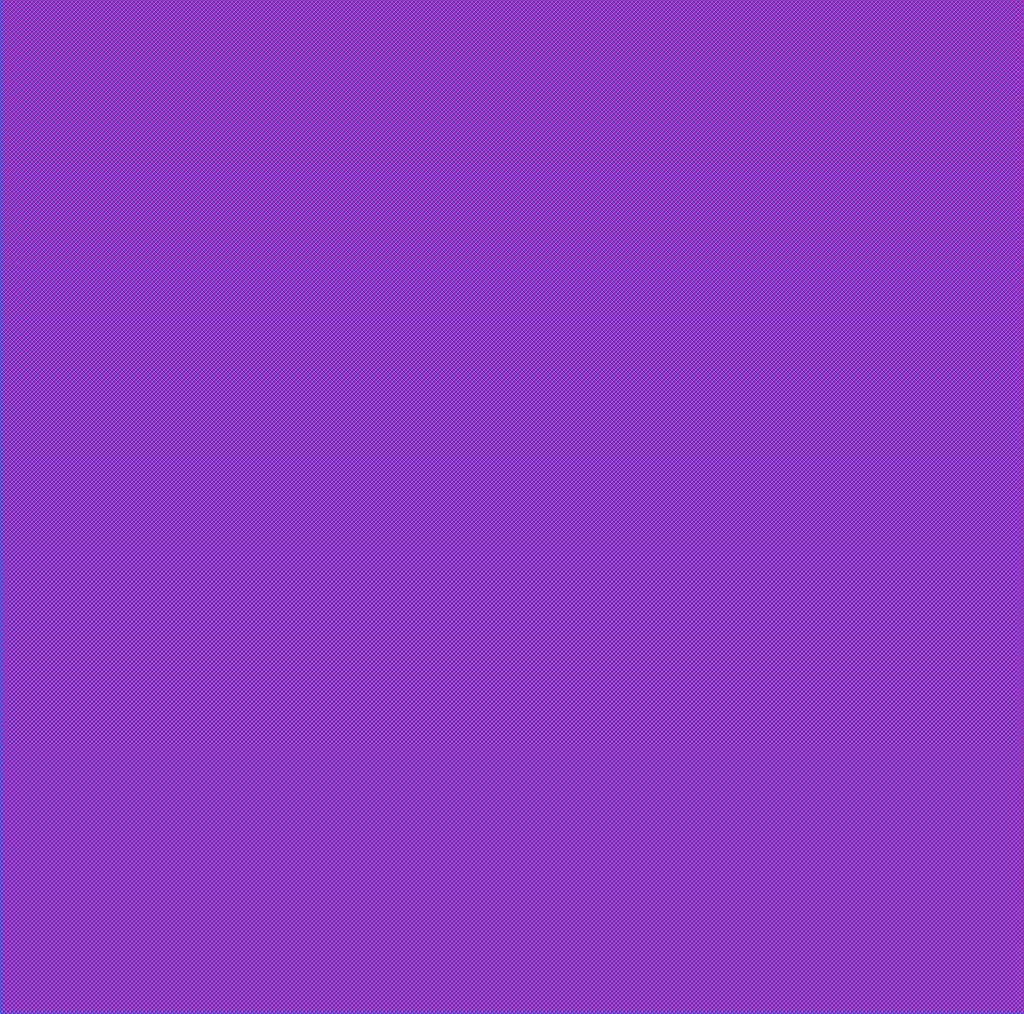
<source format=lef>
##
## LEF for PtnCells ;
## created by Innovus v18.10-p002_1 on Wed Mar 31 16:31:48 2021
##

VERSION 5.8 ;

BUSBITCHARS "[]" ;
DIVIDERCHAR "/" ;

MACRO aes128key
  CLASS BLOCK ;
  SIZE 251.180000 BY 248.920000 ;
  FOREIGN aes128key 0.000000 0.000000 ;
  ORIGIN 0 0 ;
  SYMMETRY X Y R90 ;
  PIN reset
    DIRECTION INPUT ;
    USE SIGNAL ;
    PORT
      LAYER metal2 ;
        RECT 3.290000 248.850000 3.360000 248.920000 ;
    END
  END reset
  PIN clock
    DIRECTION INPUT ;
    USE SIGNAL ;
  END clock
  PIN empty
    DIRECTION OUTPUT ;
    USE SIGNAL ;
    PORT
      LAYER metal2 ;
        RECT 248.200000 0.000000 248.270000 0.070000 ;
    END
  END empty
  PIN load
    DIRECTION INPUT ;
    USE SIGNAL ;
    PORT
      LAYER metal2 ;
        RECT 4.240000 248.850000 4.310000 248.920000 ;
    END
  END load
  PIN key[127]
    DIRECTION INPUT ;
    USE SIGNAL ;
    PORT
      LAYER metal2 ;
        RECT 125.840000 248.850000 125.910000 248.920000 ;
    END
  END key[127]
  PIN key[126]
    DIRECTION INPUT ;
    USE SIGNAL ;
    PORT
      LAYER metal2 ;
        RECT 124.890000 248.850000 124.960000 248.920000 ;
    END
  END key[126]
  PIN key[125]
    DIRECTION INPUT ;
    USE SIGNAL ;
    PORT
      LAYER metal2 ;
        RECT 123.940000 248.850000 124.010000 248.920000 ;
    END
  END key[125]
  PIN key[124]
    DIRECTION INPUT ;
    USE SIGNAL ;
    PORT
      LAYER metal2 ;
        RECT 122.990000 248.850000 123.060000 248.920000 ;
    END
  END key[124]
  PIN key[123]
    DIRECTION INPUT ;
    USE SIGNAL ;
    PORT
      LAYER metal2 ;
        RECT 122.040000 248.850000 122.110000 248.920000 ;
    END
  END key[123]
  PIN key[122]
    DIRECTION INPUT ;
    USE SIGNAL ;
    PORT
      LAYER metal2 ;
        RECT 121.090000 248.850000 121.160000 248.920000 ;
    END
  END key[122]
  PIN key[121]
    DIRECTION INPUT ;
    USE SIGNAL ;
    PORT
      LAYER metal2 ;
        RECT 120.140000 248.850000 120.210000 248.920000 ;
    END
  END key[121]
  PIN key[120]
    DIRECTION INPUT ;
    USE SIGNAL ;
    PORT
      LAYER metal2 ;
        RECT 119.190000 248.850000 119.260000 248.920000 ;
    END
  END key[120]
  PIN key[119]
    DIRECTION INPUT ;
    USE SIGNAL ;
    PORT
      LAYER metal2 ;
        RECT 118.240000 248.850000 118.310000 248.920000 ;
    END
  END key[119]
  PIN key[118]
    DIRECTION INPUT ;
    USE SIGNAL ;
    PORT
      LAYER metal2 ;
        RECT 117.290000 248.850000 117.360000 248.920000 ;
    END
  END key[118]
  PIN key[117]
    DIRECTION INPUT ;
    USE SIGNAL ;
    PORT
      LAYER metal2 ;
        RECT 116.340000 248.850000 116.410000 248.920000 ;
    END
  END key[117]
  PIN key[116]
    DIRECTION INPUT ;
    USE SIGNAL ;
    PORT
      LAYER metal2 ;
        RECT 115.390000 248.850000 115.460000 248.920000 ;
    END
  END key[116]
  PIN key[115]
    DIRECTION INPUT ;
    USE SIGNAL ;
    PORT
      LAYER metal2 ;
        RECT 114.440000 248.850000 114.510000 248.920000 ;
    END
  END key[115]
  PIN key[114]
    DIRECTION INPUT ;
    USE SIGNAL ;
    PORT
      LAYER metal2 ;
        RECT 113.490000 248.850000 113.560000 248.920000 ;
    END
  END key[114]
  PIN key[113]
    DIRECTION INPUT ;
    USE SIGNAL ;
    PORT
      LAYER metal2 ;
        RECT 112.540000 248.850000 112.610000 248.920000 ;
    END
  END key[113]
  PIN key[112]
    DIRECTION INPUT ;
    USE SIGNAL ;
    PORT
      LAYER metal2 ;
        RECT 111.590000 248.850000 111.660000 248.920000 ;
    END
  END key[112]
  PIN key[111]
    DIRECTION INPUT ;
    USE SIGNAL ;
    PORT
      LAYER metal2 ;
        RECT 110.640000 248.850000 110.710000 248.920000 ;
    END
  END key[111]
  PIN key[110]
    DIRECTION INPUT ;
    USE SIGNAL ;
    PORT
      LAYER metal2 ;
        RECT 109.690000 248.850000 109.760000 248.920000 ;
    END
  END key[110]
  PIN key[109]
    DIRECTION INPUT ;
    USE SIGNAL ;
    PORT
      LAYER metal2 ;
        RECT 108.740000 248.850000 108.810000 248.920000 ;
    END
  END key[109]
  PIN key[108]
    DIRECTION INPUT ;
    USE SIGNAL ;
    PORT
      LAYER metal2 ;
        RECT 107.790000 248.850000 107.860000 248.920000 ;
    END
  END key[108]
  PIN key[107]
    DIRECTION INPUT ;
    USE SIGNAL ;
    PORT
      LAYER metal2 ;
        RECT 106.840000 248.850000 106.910000 248.920000 ;
    END
  END key[107]
  PIN key[106]
    DIRECTION INPUT ;
    USE SIGNAL ;
    PORT
      LAYER metal2 ;
        RECT 105.890000 248.850000 105.960000 248.920000 ;
    END
  END key[106]
  PIN key[105]
    DIRECTION INPUT ;
    USE SIGNAL ;
    PORT
      LAYER metal2 ;
        RECT 104.940000 248.850000 105.010000 248.920000 ;
    END
  END key[105]
  PIN key[104]
    DIRECTION INPUT ;
    USE SIGNAL ;
    PORT
      LAYER metal2 ;
        RECT 103.990000 248.850000 104.060000 248.920000 ;
    END
  END key[104]
  PIN key[103]
    DIRECTION INPUT ;
    USE SIGNAL ;
    PORT
      LAYER metal2 ;
        RECT 103.040000 248.850000 103.110000 248.920000 ;
    END
  END key[103]
  PIN key[102]
    DIRECTION INPUT ;
    USE SIGNAL ;
    PORT
      LAYER metal2 ;
        RECT 102.090000 248.850000 102.160000 248.920000 ;
    END
  END key[102]
  PIN key[101]
    DIRECTION INPUT ;
    USE SIGNAL ;
    PORT
      LAYER metal2 ;
        RECT 101.140000 248.850000 101.210000 248.920000 ;
    END
  END key[101]
  PIN key[100]
    DIRECTION INPUT ;
    USE SIGNAL ;
    PORT
      LAYER metal2 ;
        RECT 100.190000 248.850000 100.260000 248.920000 ;
    END
  END key[100]
  PIN key[99]
    DIRECTION INPUT ;
    USE SIGNAL ;
    PORT
      LAYER metal2 ;
        RECT 99.240000 248.850000 99.310000 248.920000 ;
    END
  END key[99]
  PIN key[98]
    DIRECTION INPUT ;
    USE SIGNAL ;
    PORT
      LAYER metal2 ;
        RECT 98.290000 248.850000 98.360000 248.920000 ;
    END
  END key[98]
  PIN key[97]
    DIRECTION INPUT ;
    USE SIGNAL ;
    PORT
      LAYER metal2 ;
        RECT 97.340000 248.850000 97.410000 248.920000 ;
    END
  END key[97]
  PIN key[96]
    DIRECTION INPUT ;
    USE SIGNAL ;
    PORT
      LAYER metal2 ;
        RECT 96.390000 248.850000 96.460000 248.920000 ;
    END
  END key[96]
  PIN key[95]
    DIRECTION INPUT ;
    USE SIGNAL ;
    PORT
      LAYER metal2 ;
        RECT 95.440000 248.850000 95.510000 248.920000 ;
    END
  END key[95]
  PIN key[94]
    DIRECTION INPUT ;
    USE SIGNAL ;
    PORT
      LAYER metal2 ;
        RECT 94.490000 248.850000 94.560000 248.920000 ;
    END
  END key[94]
  PIN key[93]
    DIRECTION INPUT ;
    USE SIGNAL ;
    PORT
      LAYER metal2 ;
        RECT 93.540000 248.850000 93.610000 248.920000 ;
    END
  END key[93]
  PIN key[92]
    DIRECTION INPUT ;
    USE SIGNAL ;
    PORT
      LAYER metal2 ;
        RECT 92.590000 248.850000 92.660000 248.920000 ;
    END
  END key[92]
  PIN key[91]
    DIRECTION INPUT ;
    USE SIGNAL ;
    PORT
      LAYER metal2 ;
        RECT 91.640000 248.850000 91.710000 248.920000 ;
    END
  END key[91]
  PIN key[90]
    DIRECTION INPUT ;
    USE SIGNAL ;
    PORT
      LAYER metal2 ;
        RECT 90.690000 248.850000 90.760000 248.920000 ;
    END
  END key[90]
  PIN key[89]
    DIRECTION INPUT ;
    USE SIGNAL ;
    PORT
      LAYER metal2 ;
        RECT 89.740000 248.850000 89.810000 248.920000 ;
    END
  END key[89]
  PIN key[88]
    DIRECTION INPUT ;
    USE SIGNAL ;
    PORT
      LAYER metal2 ;
        RECT 88.790000 248.850000 88.860000 248.920000 ;
    END
  END key[88]
  PIN key[87]
    DIRECTION INPUT ;
    USE SIGNAL ;
    PORT
      LAYER metal2 ;
        RECT 87.840000 248.850000 87.910000 248.920000 ;
    END
  END key[87]
  PIN key[86]
    DIRECTION INPUT ;
    USE SIGNAL ;
    PORT
      LAYER metal2 ;
        RECT 86.890000 248.850000 86.960000 248.920000 ;
    END
  END key[86]
  PIN key[85]
    DIRECTION INPUT ;
    USE SIGNAL ;
    PORT
      LAYER metal2 ;
        RECT 85.940000 248.850000 86.010000 248.920000 ;
    END
  END key[85]
  PIN key[84]
    DIRECTION INPUT ;
    USE SIGNAL ;
    PORT
      LAYER metal2 ;
        RECT 84.990000 248.850000 85.060000 248.920000 ;
    END
  END key[84]
  PIN key[83]
    DIRECTION INPUT ;
    USE SIGNAL ;
    PORT
      LAYER metal2 ;
        RECT 84.040000 248.850000 84.110000 248.920000 ;
    END
  END key[83]
  PIN key[82]
    DIRECTION INPUT ;
    USE SIGNAL ;
    PORT
      LAYER metal2 ;
        RECT 83.090000 248.850000 83.160000 248.920000 ;
    END
  END key[82]
  PIN key[81]
    DIRECTION INPUT ;
    USE SIGNAL ;
    PORT
      LAYER metal2 ;
        RECT 82.140000 248.850000 82.210000 248.920000 ;
    END
  END key[81]
  PIN key[80]
    DIRECTION INPUT ;
    USE SIGNAL ;
    PORT
      LAYER metal2 ;
        RECT 81.190000 248.850000 81.260000 248.920000 ;
    END
  END key[80]
  PIN key[79]
    DIRECTION INPUT ;
    USE SIGNAL ;
    PORT
      LAYER metal2 ;
        RECT 80.240000 248.850000 80.310000 248.920000 ;
    END
  END key[79]
  PIN key[78]
    DIRECTION INPUT ;
    USE SIGNAL ;
    PORT
      LAYER metal2 ;
        RECT 79.290000 248.850000 79.360000 248.920000 ;
    END
  END key[78]
  PIN key[77]
    DIRECTION INPUT ;
    USE SIGNAL ;
    PORT
      LAYER metal2 ;
        RECT 78.340000 248.850000 78.410000 248.920000 ;
    END
  END key[77]
  PIN key[76]
    DIRECTION INPUT ;
    USE SIGNAL ;
    PORT
      LAYER metal2 ;
        RECT 77.390000 248.850000 77.460000 248.920000 ;
    END
  END key[76]
  PIN key[75]
    DIRECTION INPUT ;
    USE SIGNAL ;
    PORT
      LAYER metal2 ;
        RECT 76.440000 248.850000 76.510000 248.920000 ;
    END
  END key[75]
  PIN key[74]
    DIRECTION INPUT ;
    USE SIGNAL ;
    PORT
      LAYER metal2 ;
        RECT 75.490000 248.850000 75.560000 248.920000 ;
    END
  END key[74]
  PIN key[73]
    DIRECTION INPUT ;
    USE SIGNAL ;
    PORT
      LAYER metal2 ;
        RECT 74.540000 248.850000 74.610000 248.920000 ;
    END
  END key[73]
  PIN key[72]
    DIRECTION INPUT ;
    USE SIGNAL ;
    PORT
      LAYER metal2 ;
        RECT 73.590000 248.850000 73.660000 248.920000 ;
    END
  END key[72]
  PIN key[71]
    DIRECTION INPUT ;
    USE SIGNAL ;
    PORT
      LAYER metal2 ;
        RECT 72.640000 248.850000 72.710000 248.920000 ;
    END
  END key[71]
  PIN key[70]
    DIRECTION INPUT ;
    USE SIGNAL ;
    PORT
      LAYER metal2 ;
        RECT 71.690000 248.850000 71.760000 248.920000 ;
    END
  END key[70]
  PIN key[69]
    DIRECTION INPUT ;
    USE SIGNAL ;
    PORT
      LAYER metal2 ;
        RECT 70.740000 248.850000 70.810000 248.920000 ;
    END
  END key[69]
  PIN key[68]
    DIRECTION INPUT ;
    USE SIGNAL ;
    PORT
      LAYER metal2 ;
        RECT 69.790000 248.850000 69.860000 248.920000 ;
    END
  END key[68]
  PIN key[67]
    DIRECTION INPUT ;
    USE SIGNAL ;
    PORT
      LAYER metal2 ;
        RECT 68.840000 248.850000 68.910000 248.920000 ;
    END
  END key[67]
  PIN key[66]
    DIRECTION INPUT ;
    USE SIGNAL ;
    PORT
      LAYER metal2 ;
        RECT 67.890000 248.850000 67.960000 248.920000 ;
    END
  END key[66]
  PIN key[65]
    DIRECTION INPUT ;
    USE SIGNAL ;
    PORT
      LAYER metal2 ;
        RECT 66.940000 248.850000 67.010000 248.920000 ;
    END
  END key[65]
  PIN key[64]
    DIRECTION INPUT ;
    USE SIGNAL ;
    PORT
      LAYER metal2 ;
        RECT 65.990000 248.850000 66.060000 248.920000 ;
    END
  END key[64]
  PIN key[63]
    DIRECTION INPUT ;
    USE SIGNAL ;
    PORT
      LAYER metal2 ;
        RECT 65.040000 248.850000 65.110000 248.920000 ;
    END
  END key[63]
  PIN key[62]
    DIRECTION INPUT ;
    USE SIGNAL ;
    PORT
      LAYER metal2 ;
        RECT 64.090000 248.850000 64.160000 248.920000 ;
    END
  END key[62]
  PIN key[61]
    DIRECTION INPUT ;
    USE SIGNAL ;
    PORT
      LAYER metal2 ;
        RECT 63.140000 248.850000 63.210000 248.920000 ;
    END
  END key[61]
  PIN key[60]
    DIRECTION INPUT ;
    USE SIGNAL ;
    PORT
      LAYER metal2 ;
        RECT 62.190000 248.850000 62.260000 248.920000 ;
    END
  END key[60]
  PIN key[59]
    DIRECTION INPUT ;
    USE SIGNAL ;
    PORT
      LAYER metal2 ;
        RECT 61.240000 248.850000 61.310000 248.920000 ;
    END
  END key[59]
  PIN key[58]
    DIRECTION INPUT ;
    USE SIGNAL ;
    PORT
      LAYER metal2 ;
        RECT 60.290000 248.850000 60.360000 248.920000 ;
    END
  END key[58]
  PIN key[57]
    DIRECTION INPUT ;
    USE SIGNAL ;
    PORT
      LAYER metal2 ;
        RECT 59.340000 248.850000 59.410000 248.920000 ;
    END
  END key[57]
  PIN key[56]
    DIRECTION INPUT ;
    USE SIGNAL ;
    PORT
      LAYER metal2 ;
        RECT 58.390000 248.850000 58.460000 248.920000 ;
    END
  END key[56]
  PIN key[55]
    DIRECTION INPUT ;
    USE SIGNAL ;
    PORT
      LAYER metal2 ;
        RECT 57.440000 248.850000 57.510000 248.920000 ;
    END
  END key[55]
  PIN key[54]
    DIRECTION INPUT ;
    USE SIGNAL ;
    PORT
      LAYER metal2 ;
        RECT 56.490000 248.850000 56.560000 248.920000 ;
    END
  END key[54]
  PIN key[53]
    DIRECTION INPUT ;
    USE SIGNAL ;
    PORT
      LAYER metal2 ;
        RECT 55.540000 248.850000 55.610000 248.920000 ;
    END
  END key[53]
  PIN key[52]
    DIRECTION INPUT ;
    USE SIGNAL ;
    PORT
      LAYER metal2 ;
        RECT 54.590000 248.850000 54.660000 248.920000 ;
    END
  END key[52]
  PIN key[51]
    DIRECTION INPUT ;
    USE SIGNAL ;
    PORT
      LAYER metal2 ;
        RECT 53.640000 248.850000 53.710000 248.920000 ;
    END
  END key[51]
  PIN key[50]
    DIRECTION INPUT ;
    USE SIGNAL ;
    PORT
      LAYER metal2 ;
        RECT 52.690000 248.850000 52.760000 248.920000 ;
    END
  END key[50]
  PIN key[49]
    DIRECTION INPUT ;
    USE SIGNAL ;
    PORT
      LAYER metal2 ;
        RECT 51.740000 248.850000 51.810000 248.920000 ;
    END
  END key[49]
  PIN key[48]
    DIRECTION INPUT ;
    USE SIGNAL ;
    PORT
      LAYER metal2 ;
        RECT 50.790000 248.850000 50.860000 248.920000 ;
    END
  END key[48]
  PIN key[47]
    DIRECTION INPUT ;
    USE SIGNAL ;
    PORT
      LAYER metal2 ;
        RECT 49.840000 248.850000 49.910000 248.920000 ;
    END
  END key[47]
  PIN key[46]
    DIRECTION INPUT ;
    USE SIGNAL ;
    PORT
      LAYER metal2 ;
        RECT 48.890000 248.850000 48.960000 248.920000 ;
    END
  END key[46]
  PIN key[45]
    DIRECTION INPUT ;
    USE SIGNAL ;
    PORT
      LAYER metal2 ;
        RECT 47.940000 248.850000 48.010000 248.920000 ;
    END
  END key[45]
  PIN key[44]
    DIRECTION INPUT ;
    USE SIGNAL ;
    PORT
      LAYER metal2 ;
        RECT 46.990000 248.850000 47.060000 248.920000 ;
    END
  END key[44]
  PIN key[43]
    DIRECTION INPUT ;
    USE SIGNAL ;
    PORT
      LAYER metal2 ;
        RECT 46.040000 248.850000 46.110000 248.920000 ;
    END
  END key[43]
  PIN key[42]
    DIRECTION INPUT ;
    USE SIGNAL ;
    PORT
      LAYER metal2 ;
        RECT 45.090000 248.850000 45.160000 248.920000 ;
    END
  END key[42]
  PIN key[41]
    DIRECTION INPUT ;
    USE SIGNAL ;
    PORT
      LAYER metal2 ;
        RECT 44.140000 248.850000 44.210000 248.920000 ;
    END
  END key[41]
  PIN key[40]
    DIRECTION INPUT ;
    USE SIGNAL ;
    PORT
      LAYER metal2 ;
        RECT 43.190000 248.850000 43.260000 248.920000 ;
    END
  END key[40]
  PIN key[39]
    DIRECTION INPUT ;
    USE SIGNAL ;
    PORT
      LAYER metal2 ;
        RECT 42.240000 248.850000 42.310000 248.920000 ;
    END
  END key[39]
  PIN key[38]
    DIRECTION INPUT ;
    USE SIGNAL ;
    PORT
      LAYER metal2 ;
        RECT 41.290000 248.850000 41.360000 248.920000 ;
    END
  END key[38]
  PIN key[37]
    DIRECTION INPUT ;
    USE SIGNAL ;
    PORT
      LAYER metal2 ;
        RECT 40.340000 248.850000 40.410000 248.920000 ;
    END
  END key[37]
  PIN key[36]
    DIRECTION INPUT ;
    USE SIGNAL ;
    PORT
      LAYER metal2 ;
        RECT 39.390000 248.850000 39.460000 248.920000 ;
    END
  END key[36]
  PIN key[35]
    DIRECTION INPUT ;
    USE SIGNAL ;
    PORT
      LAYER metal2 ;
        RECT 38.440000 248.850000 38.510000 248.920000 ;
    END
  END key[35]
  PIN key[34]
    DIRECTION INPUT ;
    USE SIGNAL ;
    PORT
      LAYER metal2 ;
        RECT 37.490000 248.850000 37.560000 248.920000 ;
    END
  END key[34]
  PIN key[33]
    DIRECTION INPUT ;
    USE SIGNAL ;
    PORT
      LAYER metal2 ;
        RECT 36.540000 248.850000 36.610000 248.920000 ;
    END
  END key[33]
  PIN key[32]
    DIRECTION INPUT ;
    USE SIGNAL ;
    PORT
      LAYER metal2 ;
        RECT 35.590000 248.850000 35.660000 248.920000 ;
    END
  END key[32]
  PIN key[31]
    DIRECTION INPUT ;
    USE SIGNAL ;
    PORT
      LAYER metal2 ;
        RECT 34.640000 248.850000 34.710000 248.920000 ;
    END
  END key[31]
  PIN key[30]
    DIRECTION INPUT ;
    USE SIGNAL ;
    PORT
      LAYER metal2 ;
        RECT 33.690000 248.850000 33.760000 248.920000 ;
    END
  END key[30]
  PIN key[29]
    DIRECTION INPUT ;
    USE SIGNAL ;
    PORT
      LAYER metal2 ;
        RECT 32.740000 248.850000 32.810000 248.920000 ;
    END
  END key[29]
  PIN key[28]
    DIRECTION INPUT ;
    USE SIGNAL ;
    PORT
      LAYER metal2 ;
        RECT 31.790000 248.850000 31.860000 248.920000 ;
    END
  END key[28]
  PIN key[27]
    DIRECTION INPUT ;
    USE SIGNAL ;
    PORT
      LAYER metal2 ;
        RECT 30.840000 248.850000 30.910000 248.920000 ;
    END
  END key[27]
  PIN key[26]
    DIRECTION INPUT ;
    USE SIGNAL ;
    PORT
      LAYER metal2 ;
        RECT 29.890000 248.850000 29.960000 248.920000 ;
    END
  END key[26]
  PIN key[25]
    DIRECTION INPUT ;
    USE SIGNAL ;
    PORT
      LAYER metal2 ;
        RECT 28.940000 248.850000 29.010000 248.920000 ;
    END
  END key[25]
  PIN key[24]
    DIRECTION INPUT ;
    USE SIGNAL ;
    PORT
      LAYER metal2 ;
        RECT 27.990000 248.850000 28.060000 248.920000 ;
    END
  END key[24]
  PIN key[23]
    DIRECTION INPUT ;
    USE SIGNAL ;
    PORT
      LAYER metal2 ;
        RECT 27.040000 248.850000 27.110000 248.920000 ;
    END
  END key[23]
  PIN key[22]
    DIRECTION INPUT ;
    USE SIGNAL ;
    PORT
      LAYER metal2 ;
        RECT 26.090000 248.850000 26.160000 248.920000 ;
    END
  END key[22]
  PIN key[21]
    DIRECTION INPUT ;
    USE SIGNAL ;
    PORT
      LAYER metal2 ;
        RECT 25.140000 248.850000 25.210000 248.920000 ;
    END
  END key[21]
  PIN key[20]
    DIRECTION INPUT ;
    USE SIGNAL ;
    PORT
      LAYER metal2 ;
        RECT 24.190000 248.850000 24.260000 248.920000 ;
    END
  END key[20]
  PIN key[19]
    DIRECTION INPUT ;
    USE SIGNAL ;
    PORT
      LAYER metal2 ;
        RECT 23.240000 248.850000 23.310000 248.920000 ;
    END
  END key[19]
  PIN key[18]
    DIRECTION INPUT ;
    USE SIGNAL ;
    PORT
      LAYER metal2 ;
        RECT 22.290000 248.850000 22.360000 248.920000 ;
    END
  END key[18]
  PIN key[17]
    DIRECTION INPUT ;
    USE SIGNAL ;
    PORT
      LAYER metal2 ;
        RECT 21.340000 248.850000 21.410000 248.920000 ;
    END
  END key[17]
  PIN key[16]
    DIRECTION INPUT ;
    USE SIGNAL ;
    PORT
      LAYER metal2 ;
        RECT 20.390000 248.850000 20.460000 248.920000 ;
    END
  END key[16]
  PIN key[15]
    DIRECTION INPUT ;
    USE SIGNAL ;
    PORT
      LAYER metal2 ;
        RECT 19.440000 248.850000 19.510000 248.920000 ;
    END
  END key[15]
  PIN key[14]
    DIRECTION INPUT ;
    USE SIGNAL ;
    PORT
      LAYER metal2 ;
        RECT 18.490000 248.850000 18.560000 248.920000 ;
    END
  END key[14]
  PIN key[13]
    DIRECTION INPUT ;
    USE SIGNAL ;
    PORT
      LAYER metal2 ;
        RECT 17.540000 248.850000 17.610000 248.920000 ;
    END
  END key[13]
  PIN key[12]
    DIRECTION INPUT ;
    USE SIGNAL ;
    PORT
      LAYER metal2 ;
        RECT 16.590000 248.850000 16.660000 248.920000 ;
    END
  END key[12]
  PIN key[11]
    DIRECTION INPUT ;
    USE SIGNAL ;
    PORT
      LAYER metal2 ;
        RECT 15.640000 248.850000 15.710000 248.920000 ;
    END
  END key[11]
  PIN key[10]
    DIRECTION INPUT ;
    USE SIGNAL ;
    PORT
      LAYER metal2 ;
        RECT 14.690000 248.850000 14.760000 248.920000 ;
    END
  END key[10]
  PIN key[9]
    DIRECTION INPUT ;
    USE SIGNAL ;
    PORT
      LAYER metal2 ;
        RECT 13.740000 248.850000 13.810000 248.920000 ;
    END
  END key[9]
  PIN key[8]
    DIRECTION INPUT ;
    USE SIGNAL ;
    PORT
      LAYER metal2 ;
        RECT 12.790000 248.850000 12.860000 248.920000 ;
    END
  END key[8]
  PIN key[7]
    DIRECTION INPUT ;
    USE SIGNAL ;
    PORT
      LAYER metal2 ;
        RECT 11.840000 248.850000 11.910000 248.920000 ;
    END
  END key[7]
  PIN key[6]
    DIRECTION INPUT ;
    USE SIGNAL ;
    PORT
      LAYER metal2 ;
        RECT 10.890000 248.850000 10.960000 248.920000 ;
    END
  END key[6]
  PIN key[5]
    DIRECTION INPUT ;
    USE SIGNAL ;
    PORT
      LAYER metal2 ;
        RECT 9.940000 248.850000 10.010000 248.920000 ;
    END
  END key[5]
  PIN key[4]
    DIRECTION INPUT ;
    USE SIGNAL ;
    PORT
      LAYER metal2 ;
        RECT 8.990000 248.850000 9.060000 248.920000 ;
    END
  END key[4]
  PIN key[3]
    DIRECTION INPUT ;
    USE SIGNAL ;
    PORT
      LAYER metal2 ;
        RECT 8.040000 248.850000 8.110000 248.920000 ;
    END
  END key[3]
  PIN key[2]
    DIRECTION INPUT ;
    USE SIGNAL ;
    PORT
      LAYER metal2 ;
        RECT 7.090000 248.850000 7.160000 248.920000 ;
    END
  END key[2]
  PIN key[1]
    DIRECTION INPUT ;
    USE SIGNAL ;
    PORT
      LAYER metal2 ;
        RECT 6.140000 248.850000 6.210000 248.920000 ;
    END
  END key[1]
  PIN key[0]
    DIRECTION INPUT ;
    USE SIGNAL ;
    PORT
      LAYER metal2 ;
        RECT 5.190000 248.850000 5.260000 248.920000 ;
    END
  END key[0]
  PIN plain[127]
    DIRECTION INPUT ;
    USE SIGNAL ;
    PORT
      LAYER metal2 ;
        RECT 247.440000 248.850000 247.510000 248.920000 ;
    END
  END plain[127]
  PIN plain[126]
    DIRECTION INPUT ;
    USE SIGNAL ;
    PORT
      LAYER metal2 ;
        RECT 246.490000 248.850000 246.560000 248.920000 ;
    END
  END plain[126]
  PIN plain[125]
    DIRECTION INPUT ;
    USE SIGNAL ;
    PORT
      LAYER metal2 ;
        RECT 245.540000 248.850000 245.610000 248.920000 ;
    END
  END plain[125]
  PIN plain[124]
    DIRECTION INPUT ;
    USE SIGNAL ;
    PORT
      LAYER metal2 ;
        RECT 244.590000 248.850000 244.660000 248.920000 ;
    END
  END plain[124]
  PIN plain[123]
    DIRECTION INPUT ;
    USE SIGNAL ;
    PORT
      LAYER metal2 ;
        RECT 243.640000 248.850000 243.710000 248.920000 ;
    END
  END plain[123]
  PIN plain[122]
    DIRECTION INPUT ;
    USE SIGNAL ;
    PORT
      LAYER metal2 ;
        RECT 242.690000 248.850000 242.760000 248.920000 ;
    END
  END plain[122]
  PIN plain[121]
    DIRECTION INPUT ;
    USE SIGNAL ;
    PORT
      LAYER metal2 ;
        RECT 241.740000 248.850000 241.810000 248.920000 ;
    END
  END plain[121]
  PIN plain[120]
    DIRECTION INPUT ;
    USE SIGNAL ;
    PORT
      LAYER metal2 ;
        RECT 240.790000 248.850000 240.860000 248.920000 ;
    END
  END plain[120]
  PIN plain[119]
    DIRECTION INPUT ;
    USE SIGNAL ;
    PORT
      LAYER metal2 ;
        RECT 239.840000 248.850000 239.910000 248.920000 ;
    END
  END plain[119]
  PIN plain[118]
    DIRECTION INPUT ;
    USE SIGNAL ;
    PORT
      LAYER metal2 ;
        RECT 238.890000 248.850000 238.960000 248.920000 ;
    END
  END plain[118]
  PIN plain[117]
    DIRECTION INPUT ;
    USE SIGNAL ;
    PORT
      LAYER metal2 ;
        RECT 237.940000 248.850000 238.010000 248.920000 ;
    END
  END plain[117]
  PIN plain[116]
    DIRECTION INPUT ;
    USE SIGNAL ;
    PORT
      LAYER metal2 ;
        RECT 236.990000 248.850000 237.060000 248.920000 ;
    END
  END plain[116]
  PIN plain[115]
    DIRECTION INPUT ;
    USE SIGNAL ;
    PORT
      LAYER metal2 ;
        RECT 236.040000 248.850000 236.110000 248.920000 ;
    END
  END plain[115]
  PIN plain[114]
    DIRECTION INPUT ;
    USE SIGNAL ;
    PORT
      LAYER metal2 ;
        RECT 235.090000 248.850000 235.160000 248.920000 ;
    END
  END plain[114]
  PIN plain[113]
    DIRECTION INPUT ;
    USE SIGNAL ;
    PORT
      LAYER metal2 ;
        RECT 234.140000 248.850000 234.210000 248.920000 ;
    END
  END plain[113]
  PIN plain[112]
    DIRECTION INPUT ;
    USE SIGNAL ;
    PORT
      LAYER metal2 ;
        RECT 233.190000 248.850000 233.260000 248.920000 ;
    END
  END plain[112]
  PIN plain[111]
    DIRECTION INPUT ;
    USE SIGNAL ;
    PORT
      LAYER metal2 ;
        RECT 232.240000 248.850000 232.310000 248.920000 ;
    END
  END plain[111]
  PIN plain[110]
    DIRECTION INPUT ;
    USE SIGNAL ;
    PORT
      LAYER metal2 ;
        RECT 231.290000 248.850000 231.360000 248.920000 ;
    END
  END plain[110]
  PIN plain[109]
    DIRECTION INPUT ;
    USE SIGNAL ;
    PORT
      LAYER metal2 ;
        RECT 230.340000 248.850000 230.410000 248.920000 ;
    END
  END plain[109]
  PIN plain[108]
    DIRECTION INPUT ;
    USE SIGNAL ;
    PORT
      LAYER metal2 ;
        RECT 229.390000 248.850000 229.460000 248.920000 ;
    END
  END plain[108]
  PIN plain[107]
    DIRECTION INPUT ;
    USE SIGNAL ;
    PORT
      LAYER metal2 ;
        RECT 228.440000 248.850000 228.510000 248.920000 ;
    END
  END plain[107]
  PIN plain[106]
    DIRECTION INPUT ;
    USE SIGNAL ;
    PORT
      LAYER metal2 ;
        RECT 227.490000 248.850000 227.560000 248.920000 ;
    END
  END plain[106]
  PIN plain[105]
    DIRECTION INPUT ;
    USE SIGNAL ;
    PORT
      LAYER metal2 ;
        RECT 226.540000 248.850000 226.610000 248.920000 ;
    END
  END plain[105]
  PIN plain[104]
    DIRECTION INPUT ;
    USE SIGNAL ;
    PORT
      LAYER metal2 ;
        RECT 225.590000 248.850000 225.660000 248.920000 ;
    END
  END plain[104]
  PIN plain[103]
    DIRECTION INPUT ;
    USE SIGNAL ;
    PORT
      LAYER metal2 ;
        RECT 224.640000 248.850000 224.710000 248.920000 ;
    END
  END plain[103]
  PIN plain[102]
    DIRECTION INPUT ;
    USE SIGNAL ;
    PORT
      LAYER metal2 ;
        RECT 223.690000 248.850000 223.760000 248.920000 ;
    END
  END plain[102]
  PIN plain[101]
    DIRECTION INPUT ;
    USE SIGNAL ;
    PORT
      LAYER metal2 ;
        RECT 222.740000 248.850000 222.810000 248.920000 ;
    END
  END plain[101]
  PIN plain[100]
    DIRECTION INPUT ;
    USE SIGNAL ;
    PORT
      LAYER metal2 ;
        RECT 221.790000 248.850000 221.860000 248.920000 ;
    END
  END plain[100]
  PIN plain[99]
    DIRECTION INPUT ;
    USE SIGNAL ;
    PORT
      LAYER metal2 ;
        RECT 220.840000 248.850000 220.910000 248.920000 ;
    END
  END plain[99]
  PIN plain[98]
    DIRECTION INPUT ;
    USE SIGNAL ;
    PORT
      LAYER metal2 ;
        RECT 219.890000 248.850000 219.960000 248.920000 ;
    END
  END plain[98]
  PIN plain[97]
    DIRECTION INPUT ;
    USE SIGNAL ;
    PORT
      LAYER metal2 ;
        RECT 218.940000 248.850000 219.010000 248.920000 ;
    END
  END plain[97]
  PIN plain[96]
    DIRECTION INPUT ;
    USE SIGNAL ;
    PORT
      LAYER metal2 ;
        RECT 217.990000 248.850000 218.060000 248.920000 ;
    END
  END plain[96]
  PIN plain[95]
    DIRECTION INPUT ;
    USE SIGNAL ;
    PORT
      LAYER metal2 ;
        RECT 217.040000 248.850000 217.110000 248.920000 ;
    END
  END plain[95]
  PIN plain[94]
    DIRECTION INPUT ;
    USE SIGNAL ;
    PORT
      LAYER metal2 ;
        RECT 216.090000 248.850000 216.160000 248.920000 ;
    END
  END plain[94]
  PIN plain[93]
    DIRECTION INPUT ;
    USE SIGNAL ;
    PORT
      LAYER metal2 ;
        RECT 215.140000 248.850000 215.210000 248.920000 ;
    END
  END plain[93]
  PIN plain[92]
    DIRECTION INPUT ;
    USE SIGNAL ;
    PORT
      LAYER metal2 ;
        RECT 214.190000 248.850000 214.260000 248.920000 ;
    END
  END plain[92]
  PIN plain[91]
    DIRECTION INPUT ;
    USE SIGNAL ;
    PORT
      LAYER metal2 ;
        RECT 213.240000 248.850000 213.310000 248.920000 ;
    END
  END plain[91]
  PIN plain[90]
    DIRECTION INPUT ;
    USE SIGNAL ;
    PORT
      LAYER metal2 ;
        RECT 212.290000 248.850000 212.360000 248.920000 ;
    END
  END plain[90]
  PIN plain[89]
    DIRECTION INPUT ;
    USE SIGNAL ;
    PORT
      LAYER metal2 ;
        RECT 211.340000 248.850000 211.410000 248.920000 ;
    END
  END plain[89]
  PIN plain[88]
    DIRECTION INPUT ;
    USE SIGNAL ;
    PORT
      LAYER metal2 ;
        RECT 210.390000 248.850000 210.460000 248.920000 ;
    END
  END plain[88]
  PIN plain[87]
    DIRECTION INPUT ;
    USE SIGNAL ;
    PORT
      LAYER metal2 ;
        RECT 209.440000 248.850000 209.510000 248.920000 ;
    END
  END plain[87]
  PIN plain[86]
    DIRECTION INPUT ;
    USE SIGNAL ;
    PORT
      LAYER metal2 ;
        RECT 208.490000 248.850000 208.560000 248.920000 ;
    END
  END plain[86]
  PIN plain[85]
    DIRECTION INPUT ;
    USE SIGNAL ;
    PORT
      LAYER metal2 ;
        RECT 207.540000 248.850000 207.610000 248.920000 ;
    END
  END plain[85]
  PIN plain[84]
    DIRECTION INPUT ;
    USE SIGNAL ;
    PORT
      LAYER metal2 ;
        RECT 206.590000 248.850000 206.660000 248.920000 ;
    END
  END plain[84]
  PIN plain[83]
    DIRECTION INPUT ;
    USE SIGNAL ;
    PORT
      LAYER metal2 ;
        RECT 205.640000 248.850000 205.710000 248.920000 ;
    END
  END plain[83]
  PIN plain[82]
    DIRECTION INPUT ;
    USE SIGNAL ;
    PORT
      LAYER metal2 ;
        RECT 204.690000 248.850000 204.760000 248.920000 ;
    END
  END plain[82]
  PIN plain[81]
    DIRECTION INPUT ;
    USE SIGNAL ;
    PORT
      LAYER metal2 ;
        RECT 203.740000 248.850000 203.810000 248.920000 ;
    END
  END plain[81]
  PIN plain[80]
    DIRECTION INPUT ;
    USE SIGNAL ;
    PORT
      LAYER metal2 ;
        RECT 202.790000 248.850000 202.860000 248.920000 ;
    END
  END plain[80]
  PIN plain[79]
    DIRECTION INPUT ;
    USE SIGNAL ;
    PORT
      LAYER metal2 ;
        RECT 201.840000 248.850000 201.910000 248.920000 ;
    END
  END plain[79]
  PIN plain[78]
    DIRECTION INPUT ;
    USE SIGNAL ;
    PORT
      LAYER metal2 ;
        RECT 200.890000 248.850000 200.960000 248.920000 ;
    END
  END plain[78]
  PIN plain[77]
    DIRECTION INPUT ;
    USE SIGNAL ;
    PORT
      LAYER metal2 ;
        RECT 199.940000 248.850000 200.010000 248.920000 ;
    END
  END plain[77]
  PIN plain[76]
    DIRECTION INPUT ;
    USE SIGNAL ;
    PORT
      LAYER metal2 ;
        RECT 198.990000 248.850000 199.060000 248.920000 ;
    END
  END plain[76]
  PIN plain[75]
    DIRECTION INPUT ;
    USE SIGNAL ;
    PORT
      LAYER metal2 ;
        RECT 198.040000 248.850000 198.110000 248.920000 ;
    END
  END plain[75]
  PIN plain[74]
    DIRECTION INPUT ;
    USE SIGNAL ;
    PORT
      LAYER metal2 ;
        RECT 197.090000 248.850000 197.160000 248.920000 ;
    END
  END plain[74]
  PIN plain[73]
    DIRECTION INPUT ;
    USE SIGNAL ;
    PORT
      LAYER metal2 ;
        RECT 196.140000 248.850000 196.210000 248.920000 ;
    END
  END plain[73]
  PIN plain[72]
    DIRECTION INPUT ;
    USE SIGNAL ;
    PORT
      LAYER metal2 ;
        RECT 195.190000 248.850000 195.260000 248.920000 ;
    END
  END plain[72]
  PIN plain[71]
    DIRECTION INPUT ;
    USE SIGNAL ;
    PORT
      LAYER metal2 ;
        RECT 194.240000 248.850000 194.310000 248.920000 ;
    END
  END plain[71]
  PIN plain[70]
    DIRECTION INPUT ;
    USE SIGNAL ;
    PORT
      LAYER metal2 ;
        RECT 193.290000 248.850000 193.360000 248.920000 ;
    END
  END plain[70]
  PIN plain[69]
    DIRECTION INPUT ;
    USE SIGNAL ;
    PORT
      LAYER metal2 ;
        RECT 192.340000 248.850000 192.410000 248.920000 ;
    END
  END plain[69]
  PIN plain[68]
    DIRECTION INPUT ;
    USE SIGNAL ;
    PORT
      LAYER metal2 ;
        RECT 191.390000 248.850000 191.460000 248.920000 ;
    END
  END plain[68]
  PIN plain[67]
    DIRECTION INPUT ;
    USE SIGNAL ;
    PORT
      LAYER metal2 ;
        RECT 190.440000 248.850000 190.510000 248.920000 ;
    END
  END plain[67]
  PIN plain[66]
    DIRECTION INPUT ;
    USE SIGNAL ;
    PORT
      LAYER metal2 ;
        RECT 189.490000 248.850000 189.560000 248.920000 ;
    END
  END plain[66]
  PIN plain[65]
    DIRECTION INPUT ;
    USE SIGNAL ;
    PORT
      LAYER metal2 ;
        RECT 188.540000 248.850000 188.610000 248.920000 ;
    END
  END plain[65]
  PIN plain[64]
    DIRECTION INPUT ;
    USE SIGNAL ;
    PORT
      LAYER metal2 ;
        RECT 187.590000 248.850000 187.660000 248.920000 ;
    END
  END plain[64]
  PIN plain[63]
    DIRECTION INPUT ;
    USE SIGNAL ;
    PORT
      LAYER metal2 ;
        RECT 186.640000 248.850000 186.710000 248.920000 ;
    END
  END plain[63]
  PIN plain[62]
    DIRECTION INPUT ;
    USE SIGNAL ;
    PORT
      LAYER metal2 ;
        RECT 185.690000 248.850000 185.760000 248.920000 ;
    END
  END plain[62]
  PIN plain[61]
    DIRECTION INPUT ;
    USE SIGNAL ;
    PORT
      LAYER metal2 ;
        RECT 184.740000 248.850000 184.810000 248.920000 ;
    END
  END plain[61]
  PIN plain[60]
    DIRECTION INPUT ;
    USE SIGNAL ;
    PORT
      LAYER metal2 ;
        RECT 183.790000 248.850000 183.860000 248.920000 ;
    END
  END plain[60]
  PIN plain[59]
    DIRECTION INPUT ;
    USE SIGNAL ;
    PORT
      LAYER metal2 ;
        RECT 182.840000 248.850000 182.910000 248.920000 ;
    END
  END plain[59]
  PIN plain[58]
    DIRECTION INPUT ;
    USE SIGNAL ;
    PORT
      LAYER metal2 ;
        RECT 181.890000 248.850000 181.960000 248.920000 ;
    END
  END plain[58]
  PIN plain[57]
    DIRECTION INPUT ;
    USE SIGNAL ;
    PORT
      LAYER metal2 ;
        RECT 180.940000 248.850000 181.010000 248.920000 ;
    END
  END plain[57]
  PIN plain[56]
    DIRECTION INPUT ;
    USE SIGNAL ;
    PORT
      LAYER metal2 ;
        RECT 179.990000 248.850000 180.060000 248.920000 ;
    END
  END plain[56]
  PIN plain[55]
    DIRECTION INPUT ;
    USE SIGNAL ;
    PORT
      LAYER metal2 ;
        RECT 179.040000 248.850000 179.110000 248.920000 ;
    END
  END plain[55]
  PIN plain[54]
    DIRECTION INPUT ;
    USE SIGNAL ;
    PORT
      LAYER metal2 ;
        RECT 178.090000 248.850000 178.160000 248.920000 ;
    END
  END plain[54]
  PIN plain[53]
    DIRECTION INPUT ;
    USE SIGNAL ;
    PORT
      LAYER metal2 ;
        RECT 177.140000 248.850000 177.210000 248.920000 ;
    END
  END plain[53]
  PIN plain[52]
    DIRECTION INPUT ;
    USE SIGNAL ;
    PORT
      LAYER metal2 ;
        RECT 176.190000 248.850000 176.260000 248.920000 ;
    END
  END plain[52]
  PIN plain[51]
    DIRECTION INPUT ;
    USE SIGNAL ;
    PORT
      LAYER metal2 ;
        RECT 175.240000 248.850000 175.310000 248.920000 ;
    END
  END plain[51]
  PIN plain[50]
    DIRECTION INPUT ;
    USE SIGNAL ;
    PORT
      LAYER metal2 ;
        RECT 174.290000 248.850000 174.360000 248.920000 ;
    END
  END plain[50]
  PIN plain[49]
    DIRECTION INPUT ;
    USE SIGNAL ;
    PORT
      LAYER metal2 ;
        RECT 173.340000 248.850000 173.410000 248.920000 ;
    END
  END plain[49]
  PIN plain[48]
    DIRECTION INPUT ;
    USE SIGNAL ;
    PORT
      LAYER metal2 ;
        RECT 172.390000 248.850000 172.460000 248.920000 ;
    END
  END plain[48]
  PIN plain[47]
    DIRECTION INPUT ;
    USE SIGNAL ;
    PORT
      LAYER metal2 ;
        RECT 171.440000 248.850000 171.510000 248.920000 ;
    END
  END plain[47]
  PIN plain[46]
    DIRECTION INPUT ;
    USE SIGNAL ;
    PORT
      LAYER metal2 ;
        RECT 170.490000 248.850000 170.560000 248.920000 ;
    END
  END plain[46]
  PIN plain[45]
    DIRECTION INPUT ;
    USE SIGNAL ;
    PORT
      LAYER metal2 ;
        RECT 169.540000 248.850000 169.610000 248.920000 ;
    END
  END plain[45]
  PIN plain[44]
    DIRECTION INPUT ;
    USE SIGNAL ;
    PORT
      LAYER metal2 ;
        RECT 168.590000 248.850000 168.660000 248.920000 ;
    END
  END plain[44]
  PIN plain[43]
    DIRECTION INPUT ;
    USE SIGNAL ;
    PORT
      LAYER metal2 ;
        RECT 167.640000 248.850000 167.710000 248.920000 ;
    END
  END plain[43]
  PIN plain[42]
    DIRECTION INPUT ;
    USE SIGNAL ;
    PORT
      LAYER metal2 ;
        RECT 166.690000 248.850000 166.760000 248.920000 ;
    END
  END plain[42]
  PIN plain[41]
    DIRECTION INPUT ;
    USE SIGNAL ;
    PORT
      LAYER metal2 ;
        RECT 165.740000 248.850000 165.810000 248.920000 ;
    END
  END plain[41]
  PIN plain[40]
    DIRECTION INPUT ;
    USE SIGNAL ;
    PORT
      LAYER metal2 ;
        RECT 164.790000 248.850000 164.860000 248.920000 ;
    END
  END plain[40]
  PIN plain[39]
    DIRECTION INPUT ;
    USE SIGNAL ;
    PORT
      LAYER metal2 ;
        RECT 163.840000 248.850000 163.910000 248.920000 ;
    END
  END plain[39]
  PIN plain[38]
    DIRECTION INPUT ;
    USE SIGNAL ;
    PORT
      LAYER metal2 ;
        RECT 162.890000 248.850000 162.960000 248.920000 ;
    END
  END plain[38]
  PIN plain[37]
    DIRECTION INPUT ;
    USE SIGNAL ;
    PORT
      LAYER metal2 ;
        RECT 161.940000 248.850000 162.010000 248.920000 ;
    END
  END plain[37]
  PIN plain[36]
    DIRECTION INPUT ;
    USE SIGNAL ;
    PORT
      LAYER metal2 ;
        RECT 160.990000 248.850000 161.060000 248.920000 ;
    END
  END plain[36]
  PIN plain[35]
    DIRECTION INPUT ;
    USE SIGNAL ;
    PORT
      LAYER metal2 ;
        RECT 160.040000 248.850000 160.110000 248.920000 ;
    END
  END plain[35]
  PIN plain[34]
    DIRECTION INPUT ;
    USE SIGNAL ;
    PORT
      LAYER metal2 ;
        RECT 159.090000 248.850000 159.160000 248.920000 ;
    END
  END plain[34]
  PIN plain[33]
    DIRECTION INPUT ;
    USE SIGNAL ;
    PORT
      LAYER metal2 ;
        RECT 158.140000 248.850000 158.210000 248.920000 ;
    END
  END plain[33]
  PIN plain[32]
    DIRECTION INPUT ;
    USE SIGNAL ;
    PORT
      LAYER metal2 ;
        RECT 157.190000 248.850000 157.260000 248.920000 ;
    END
  END plain[32]
  PIN plain[31]
    DIRECTION INPUT ;
    USE SIGNAL ;
    PORT
      LAYER metal2 ;
        RECT 156.240000 248.850000 156.310000 248.920000 ;
    END
  END plain[31]
  PIN plain[30]
    DIRECTION INPUT ;
    USE SIGNAL ;
    PORT
      LAYER metal2 ;
        RECT 155.290000 248.850000 155.360000 248.920000 ;
    END
  END plain[30]
  PIN plain[29]
    DIRECTION INPUT ;
    USE SIGNAL ;
    PORT
      LAYER metal2 ;
        RECT 154.340000 248.850000 154.410000 248.920000 ;
    END
  END plain[29]
  PIN plain[28]
    DIRECTION INPUT ;
    USE SIGNAL ;
    PORT
      LAYER metal2 ;
        RECT 153.390000 248.850000 153.460000 248.920000 ;
    END
  END plain[28]
  PIN plain[27]
    DIRECTION INPUT ;
    USE SIGNAL ;
    PORT
      LAYER metal2 ;
        RECT 152.440000 248.850000 152.510000 248.920000 ;
    END
  END plain[27]
  PIN plain[26]
    DIRECTION INPUT ;
    USE SIGNAL ;
    PORT
      LAYER metal2 ;
        RECT 151.490000 248.850000 151.560000 248.920000 ;
    END
  END plain[26]
  PIN plain[25]
    DIRECTION INPUT ;
    USE SIGNAL ;
    PORT
      LAYER metal2 ;
        RECT 150.540000 248.850000 150.610000 248.920000 ;
    END
  END plain[25]
  PIN plain[24]
    DIRECTION INPUT ;
    USE SIGNAL ;
    PORT
      LAYER metal2 ;
        RECT 149.590000 248.850000 149.660000 248.920000 ;
    END
  END plain[24]
  PIN plain[23]
    DIRECTION INPUT ;
    USE SIGNAL ;
    PORT
      LAYER metal2 ;
        RECT 148.640000 248.850000 148.710000 248.920000 ;
    END
  END plain[23]
  PIN plain[22]
    DIRECTION INPUT ;
    USE SIGNAL ;
    PORT
      LAYER metal2 ;
        RECT 147.690000 248.850000 147.760000 248.920000 ;
    END
  END plain[22]
  PIN plain[21]
    DIRECTION INPUT ;
    USE SIGNAL ;
    PORT
      LAYER metal2 ;
        RECT 146.740000 248.850000 146.810000 248.920000 ;
    END
  END plain[21]
  PIN plain[20]
    DIRECTION INPUT ;
    USE SIGNAL ;
    PORT
      LAYER metal2 ;
        RECT 145.790000 248.850000 145.860000 248.920000 ;
    END
  END plain[20]
  PIN plain[19]
    DIRECTION INPUT ;
    USE SIGNAL ;
    PORT
      LAYER metal2 ;
        RECT 144.840000 248.850000 144.910000 248.920000 ;
    END
  END plain[19]
  PIN plain[18]
    DIRECTION INPUT ;
    USE SIGNAL ;
    PORT
      LAYER metal2 ;
        RECT 143.890000 248.850000 143.960000 248.920000 ;
    END
  END plain[18]
  PIN plain[17]
    DIRECTION INPUT ;
    USE SIGNAL ;
    PORT
      LAYER metal2 ;
        RECT 142.940000 248.850000 143.010000 248.920000 ;
    END
  END plain[17]
  PIN plain[16]
    DIRECTION INPUT ;
    USE SIGNAL ;
    PORT
      LAYER metal2 ;
        RECT 141.990000 248.850000 142.060000 248.920000 ;
    END
  END plain[16]
  PIN plain[15]
    DIRECTION INPUT ;
    USE SIGNAL ;
    PORT
      LAYER metal2 ;
        RECT 141.040000 248.850000 141.110000 248.920000 ;
    END
  END plain[15]
  PIN plain[14]
    DIRECTION INPUT ;
    USE SIGNAL ;
    PORT
      LAYER metal2 ;
        RECT 140.090000 248.850000 140.160000 248.920000 ;
    END
  END plain[14]
  PIN plain[13]
    DIRECTION INPUT ;
    USE SIGNAL ;
    PORT
      LAYER metal2 ;
        RECT 139.140000 248.850000 139.210000 248.920000 ;
    END
  END plain[13]
  PIN plain[12]
    DIRECTION INPUT ;
    USE SIGNAL ;
    PORT
      LAYER metal2 ;
        RECT 138.190000 248.850000 138.260000 248.920000 ;
    END
  END plain[12]
  PIN plain[11]
    DIRECTION INPUT ;
    USE SIGNAL ;
    PORT
      LAYER metal2 ;
        RECT 137.240000 248.850000 137.310000 248.920000 ;
    END
  END plain[11]
  PIN plain[10]
    DIRECTION INPUT ;
    USE SIGNAL ;
    PORT
      LAYER metal2 ;
        RECT 136.290000 248.850000 136.360000 248.920000 ;
    END
  END plain[10]
  PIN plain[9]
    DIRECTION INPUT ;
    USE SIGNAL ;
    PORT
      LAYER metal2 ;
        RECT 135.340000 248.850000 135.410000 248.920000 ;
    END
  END plain[9]
  PIN plain[8]
    DIRECTION INPUT ;
    USE SIGNAL ;
    PORT
      LAYER metal2 ;
        RECT 134.390000 248.850000 134.460000 248.920000 ;
    END
  END plain[8]
  PIN plain[7]
    DIRECTION INPUT ;
    USE SIGNAL ;
    PORT
      LAYER metal2 ;
        RECT 133.440000 248.850000 133.510000 248.920000 ;
    END
  END plain[7]
  PIN plain[6]
    DIRECTION INPUT ;
    USE SIGNAL ;
    PORT
      LAYER metal2 ;
        RECT 132.490000 248.850000 132.560000 248.920000 ;
    END
  END plain[6]
  PIN plain[5]
    DIRECTION INPUT ;
    USE SIGNAL ;
    PORT
      LAYER metal2 ;
        RECT 131.540000 248.850000 131.610000 248.920000 ;
    END
  END plain[5]
  PIN plain[4]
    DIRECTION INPUT ;
    USE SIGNAL ;
    PORT
      LAYER metal2 ;
        RECT 130.590000 248.850000 130.660000 248.920000 ;
    END
  END plain[4]
  PIN plain[3]
    DIRECTION INPUT ;
    USE SIGNAL ;
    PORT
      LAYER metal2 ;
        RECT 129.640000 248.850000 129.710000 248.920000 ;
    END
  END plain[3]
  PIN plain[2]
    DIRECTION INPUT ;
    USE SIGNAL ;
    PORT
      LAYER metal2 ;
        RECT 128.690000 248.850000 128.760000 248.920000 ;
    END
  END plain[2]
  PIN plain[1]
    DIRECTION INPUT ;
    USE SIGNAL ;
    PORT
      LAYER metal2 ;
        RECT 127.740000 248.850000 127.810000 248.920000 ;
    END
  END plain[1]
  PIN plain[0]
    DIRECTION INPUT ;
    USE SIGNAL ;
    PORT
      LAYER metal2 ;
        RECT 126.790000 248.850000 126.860000 248.920000 ;
    END
  END plain[0]
  PIN ready
    DIRECTION OUTPUT ;
    USE SIGNAL ;
    PORT
      LAYER metal2 ;
        RECT 246.300000 0.000000 246.370000 0.070000 ;
    END
  END ready
  PIN cipher[127]
    DIRECTION OUTPUT ;
    USE SIGNAL ;
    PORT
      LAYER metal2 ;
        RECT 3.100000 0.000000 3.170000 0.070000 ;
    END
  END cipher[127]
  PIN cipher[126]
    DIRECTION OUTPUT ;
    USE SIGNAL ;
    PORT
      LAYER metal2 ;
        RECT 5.000000 0.000000 5.070000 0.070000 ;
    END
  END cipher[126]
  PIN cipher[125]
    DIRECTION OUTPUT ;
    USE SIGNAL ;
    PORT
      LAYER metal2 ;
        RECT 6.900000 0.000000 6.970000 0.070000 ;
    END
  END cipher[125]
  PIN cipher[124]
    DIRECTION OUTPUT ;
    USE SIGNAL ;
    PORT
      LAYER metal2 ;
        RECT 8.800000 0.000000 8.870000 0.070000 ;
    END
  END cipher[124]
  PIN cipher[123]
    DIRECTION OUTPUT ;
    USE SIGNAL ;
    PORT
      LAYER metal2 ;
        RECT 10.700000 0.000000 10.770000 0.070000 ;
    END
  END cipher[123]
  PIN cipher[122]
    DIRECTION OUTPUT ;
    USE SIGNAL ;
    PORT
      LAYER metal2 ;
        RECT 12.600000 0.000000 12.670000 0.070000 ;
    END
  END cipher[122]
  PIN cipher[121]
    DIRECTION OUTPUT ;
    USE SIGNAL ;
    PORT
      LAYER metal2 ;
        RECT 14.500000 0.000000 14.570000 0.070000 ;
    END
  END cipher[121]
  PIN cipher[120]
    DIRECTION OUTPUT ;
    USE SIGNAL ;
    PORT
      LAYER metal2 ;
        RECT 16.400000 0.000000 16.470000 0.070000 ;
    END
  END cipher[120]
  PIN cipher[119]
    DIRECTION OUTPUT ;
    USE SIGNAL ;
    PORT
      LAYER metal2 ;
        RECT 18.300000 0.000000 18.370000 0.070000 ;
    END
  END cipher[119]
  PIN cipher[118]
    DIRECTION OUTPUT ;
    USE SIGNAL ;
    PORT
      LAYER metal2 ;
        RECT 20.200000 0.000000 20.270000 0.070000 ;
    END
  END cipher[118]
  PIN cipher[117]
    DIRECTION OUTPUT ;
    USE SIGNAL ;
    PORT
      LAYER metal2 ;
        RECT 22.100000 0.000000 22.170000 0.070000 ;
    END
  END cipher[117]
  PIN cipher[116]
    DIRECTION OUTPUT ;
    USE SIGNAL ;
    PORT
      LAYER metal2 ;
        RECT 24.000000 0.000000 24.070000 0.070000 ;
    END
  END cipher[116]
  PIN cipher[115]
    DIRECTION OUTPUT ;
    USE SIGNAL ;
    PORT
      LAYER metal2 ;
        RECT 25.900000 0.000000 25.970000 0.070000 ;
    END
  END cipher[115]
  PIN cipher[114]
    DIRECTION OUTPUT ;
    USE SIGNAL ;
    PORT
      LAYER metal2 ;
        RECT 27.800000 0.000000 27.870000 0.070000 ;
    END
  END cipher[114]
  PIN cipher[113]
    DIRECTION OUTPUT ;
    USE SIGNAL ;
    PORT
      LAYER metal2 ;
        RECT 29.700000 0.000000 29.770000 0.070000 ;
    END
  END cipher[113]
  PIN cipher[112]
    DIRECTION OUTPUT ;
    USE SIGNAL ;
    PORT
      LAYER metal2 ;
        RECT 31.600000 0.000000 31.670000 0.070000 ;
    END
  END cipher[112]
  PIN cipher[111]
    DIRECTION OUTPUT ;
    USE SIGNAL ;
    PORT
      LAYER metal2 ;
        RECT 33.500000 0.000000 33.570000 0.070000 ;
    END
  END cipher[111]
  PIN cipher[110]
    DIRECTION OUTPUT ;
    USE SIGNAL ;
    PORT
      LAYER metal2 ;
        RECT 35.400000 0.000000 35.470000 0.070000 ;
    END
  END cipher[110]
  PIN cipher[109]
    DIRECTION OUTPUT ;
    USE SIGNAL ;
    PORT
      LAYER metal2 ;
        RECT 37.300000 0.000000 37.370000 0.070000 ;
    END
  END cipher[109]
  PIN cipher[108]
    DIRECTION OUTPUT ;
    USE SIGNAL ;
    PORT
      LAYER metal2 ;
        RECT 39.200000 0.000000 39.270000 0.070000 ;
    END
  END cipher[108]
  PIN cipher[107]
    DIRECTION OUTPUT ;
    USE SIGNAL ;
    PORT
      LAYER metal2 ;
        RECT 41.100000 0.000000 41.170000 0.070000 ;
    END
  END cipher[107]
  PIN cipher[106]
    DIRECTION OUTPUT ;
    USE SIGNAL ;
    PORT
      LAYER metal2 ;
        RECT 43.000000 0.000000 43.070000 0.070000 ;
    END
  END cipher[106]
  PIN cipher[105]
    DIRECTION OUTPUT ;
    USE SIGNAL ;
    PORT
      LAYER metal2 ;
        RECT 44.900000 0.000000 44.970000 0.070000 ;
    END
  END cipher[105]
  PIN cipher[104]
    DIRECTION OUTPUT ;
    USE SIGNAL ;
    PORT
      LAYER metal2 ;
        RECT 46.800000 0.000000 46.870000 0.070000 ;
    END
  END cipher[104]
  PIN cipher[103]
    DIRECTION OUTPUT ;
    USE SIGNAL ;
    PORT
      LAYER metal2 ;
        RECT 48.700000 0.000000 48.770000 0.070000 ;
    END
  END cipher[103]
  PIN cipher[102]
    DIRECTION OUTPUT ;
    USE SIGNAL ;
    PORT
      LAYER metal2 ;
        RECT 50.600000 0.000000 50.670000 0.070000 ;
    END
  END cipher[102]
  PIN cipher[101]
    DIRECTION OUTPUT ;
    USE SIGNAL ;
    PORT
      LAYER metal2 ;
        RECT 52.500000 0.000000 52.570000 0.070000 ;
    END
  END cipher[101]
  PIN cipher[100]
    DIRECTION OUTPUT ;
    USE SIGNAL ;
    PORT
      LAYER metal2 ;
        RECT 54.400000 0.000000 54.470000 0.070000 ;
    END
  END cipher[100]
  PIN cipher[99]
    DIRECTION OUTPUT ;
    USE SIGNAL ;
    PORT
      LAYER metal2 ;
        RECT 56.300000 0.000000 56.370000 0.070000 ;
    END
  END cipher[99]
  PIN cipher[98]
    DIRECTION OUTPUT ;
    USE SIGNAL ;
    PORT
      LAYER metal2 ;
        RECT 58.200000 0.000000 58.270000 0.070000 ;
    END
  END cipher[98]
  PIN cipher[97]
    DIRECTION OUTPUT ;
    USE SIGNAL ;
    PORT
      LAYER metal2 ;
        RECT 60.100000 0.000000 60.170000 0.070000 ;
    END
  END cipher[97]
  PIN cipher[96]
    DIRECTION OUTPUT ;
    USE SIGNAL ;
    PORT
      LAYER metal2 ;
        RECT 62.000000 0.000000 62.070000 0.070000 ;
    END
  END cipher[96]
  PIN cipher[95]
    DIRECTION OUTPUT ;
    USE SIGNAL ;
    PORT
      LAYER metal2 ;
        RECT 63.900000 0.000000 63.970000 0.070000 ;
    END
  END cipher[95]
  PIN cipher[94]
    DIRECTION OUTPUT ;
    USE SIGNAL ;
    PORT
      LAYER metal2 ;
        RECT 65.800000 0.000000 65.870000 0.070000 ;
    END
  END cipher[94]
  PIN cipher[93]
    DIRECTION OUTPUT ;
    USE SIGNAL ;
    PORT
      LAYER metal2 ;
        RECT 67.700000 0.000000 67.770000 0.070000 ;
    END
  END cipher[93]
  PIN cipher[92]
    DIRECTION OUTPUT ;
    USE SIGNAL ;
    PORT
      LAYER metal2 ;
        RECT 69.600000 0.000000 69.670000 0.070000 ;
    END
  END cipher[92]
  PIN cipher[91]
    DIRECTION OUTPUT ;
    USE SIGNAL ;
    PORT
      LAYER metal2 ;
        RECT 71.500000 0.000000 71.570000 0.070000 ;
    END
  END cipher[91]
  PIN cipher[90]
    DIRECTION OUTPUT ;
    USE SIGNAL ;
    PORT
      LAYER metal2 ;
        RECT 73.400000 0.000000 73.470000 0.070000 ;
    END
  END cipher[90]
  PIN cipher[89]
    DIRECTION OUTPUT ;
    USE SIGNAL ;
    PORT
      LAYER metal2 ;
        RECT 75.300000 0.000000 75.370000 0.070000 ;
    END
  END cipher[89]
  PIN cipher[88]
    DIRECTION OUTPUT ;
    USE SIGNAL ;
    PORT
      LAYER metal2 ;
        RECT 77.200000 0.000000 77.270000 0.070000 ;
    END
  END cipher[88]
  PIN cipher[87]
    DIRECTION OUTPUT ;
    USE SIGNAL ;
    PORT
      LAYER metal2 ;
        RECT 79.100000 0.000000 79.170000 0.070000 ;
    END
  END cipher[87]
  PIN cipher[86]
    DIRECTION OUTPUT ;
    USE SIGNAL ;
    PORT
      LAYER metal2 ;
        RECT 81.000000 0.000000 81.070000 0.070000 ;
    END
  END cipher[86]
  PIN cipher[85]
    DIRECTION OUTPUT ;
    USE SIGNAL ;
    PORT
      LAYER metal2 ;
        RECT 82.900000 0.000000 82.970000 0.070000 ;
    END
  END cipher[85]
  PIN cipher[84]
    DIRECTION OUTPUT ;
    USE SIGNAL ;
    PORT
      LAYER metal2 ;
        RECT 84.800000 0.000000 84.870000 0.070000 ;
    END
  END cipher[84]
  PIN cipher[83]
    DIRECTION OUTPUT ;
    USE SIGNAL ;
    PORT
      LAYER metal2 ;
        RECT 86.700000 0.000000 86.770000 0.070000 ;
    END
  END cipher[83]
  PIN cipher[82]
    DIRECTION OUTPUT ;
    USE SIGNAL ;
    PORT
      LAYER metal2 ;
        RECT 88.600000 0.000000 88.670000 0.070000 ;
    END
  END cipher[82]
  PIN cipher[81]
    DIRECTION OUTPUT ;
    USE SIGNAL ;
    PORT
      LAYER metal2 ;
        RECT 90.500000 0.000000 90.570000 0.070000 ;
    END
  END cipher[81]
  PIN cipher[80]
    DIRECTION OUTPUT ;
    USE SIGNAL ;
    PORT
      LAYER metal2 ;
        RECT 92.400000 0.000000 92.470000 0.070000 ;
    END
  END cipher[80]
  PIN cipher[79]
    DIRECTION OUTPUT ;
    USE SIGNAL ;
    PORT
      LAYER metal2 ;
        RECT 94.300000 0.000000 94.370000 0.070000 ;
    END
  END cipher[79]
  PIN cipher[78]
    DIRECTION OUTPUT ;
    USE SIGNAL ;
    PORT
      LAYER metal2 ;
        RECT 96.200000 0.000000 96.270000 0.070000 ;
    END
  END cipher[78]
  PIN cipher[77]
    DIRECTION OUTPUT ;
    USE SIGNAL ;
    PORT
      LAYER metal2 ;
        RECT 98.100000 0.000000 98.170000 0.070000 ;
    END
  END cipher[77]
  PIN cipher[76]
    DIRECTION OUTPUT ;
    USE SIGNAL ;
    PORT
      LAYER metal2 ;
        RECT 100.000000 0.000000 100.070000 0.070000 ;
    END
  END cipher[76]
  PIN cipher[75]
    DIRECTION OUTPUT ;
    USE SIGNAL ;
    PORT
      LAYER metal2 ;
        RECT 101.900000 0.000000 101.970000 0.070000 ;
    END
  END cipher[75]
  PIN cipher[74]
    DIRECTION OUTPUT ;
    USE SIGNAL ;
    PORT
      LAYER metal2 ;
        RECT 103.800000 0.000000 103.870000 0.070000 ;
    END
  END cipher[74]
  PIN cipher[73]
    DIRECTION OUTPUT ;
    USE SIGNAL ;
    PORT
      LAYER metal2 ;
        RECT 105.700000 0.000000 105.770000 0.070000 ;
    END
  END cipher[73]
  PIN cipher[72]
    DIRECTION OUTPUT ;
    USE SIGNAL ;
    PORT
      LAYER metal2 ;
        RECT 107.600000 0.000000 107.670000 0.070000 ;
    END
  END cipher[72]
  PIN cipher[71]
    DIRECTION OUTPUT ;
    USE SIGNAL ;
    PORT
      LAYER metal2 ;
        RECT 109.500000 0.000000 109.570000 0.070000 ;
    END
  END cipher[71]
  PIN cipher[70]
    DIRECTION OUTPUT ;
    USE SIGNAL ;
    PORT
      LAYER metal2 ;
        RECT 111.400000 0.000000 111.470000 0.070000 ;
    END
  END cipher[70]
  PIN cipher[69]
    DIRECTION OUTPUT ;
    USE SIGNAL ;
    PORT
      LAYER metal2 ;
        RECT 113.300000 0.000000 113.370000 0.070000 ;
    END
  END cipher[69]
  PIN cipher[68]
    DIRECTION OUTPUT ;
    USE SIGNAL ;
    PORT
      LAYER metal2 ;
        RECT 115.200000 0.000000 115.270000 0.070000 ;
    END
  END cipher[68]
  PIN cipher[67]
    DIRECTION OUTPUT ;
    USE SIGNAL ;
    PORT
      LAYER metal2 ;
        RECT 117.100000 0.000000 117.170000 0.070000 ;
    END
  END cipher[67]
  PIN cipher[66]
    DIRECTION OUTPUT ;
    USE SIGNAL ;
    PORT
      LAYER metal2 ;
        RECT 119.000000 0.000000 119.070000 0.070000 ;
    END
  END cipher[66]
  PIN cipher[65]
    DIRECTION OUTPUT ;
    USE SIGNAL ;
    PORT
      LAYER metal2 ;
        RECT 120.900000 0.000000 120.970000 0.070000 ;
    END
  END cipher[65]
  PIN cipher[64]
    DIRECTION OUTPUT ;
    USE SIGNAL ;
    PORT
      LAYER metal2 ;
        RECT 122.800000 0.000000 122.870000 0.070000 ;
    END
  END cipher[64]
  PIN cipher[63]
    DIRECTION OUTPUT ;
    USE SIGNAL ;
    PORT
      LAYER metal2 ;
        RECT 124.700000 0.000000 124.770000 0.070000 ;
    END
  END cipher[63]
  PIN cipher[62]
    DIRECTION OUTPUT ;
    USE SIGNAL ;
    PORT
      LAYER metal2 ;
        RECT 126.600000 0.000000 126.670000 0.070000 ;
    END
  END cipher[62]
  PIN cipher[61]
    DIRECTION OUTPUT ;
    USE SIGNAL ;
    PORT
      LAYER metal2 ;
        RECT 128.500000 0.000000 128.570000 0.070000 ;
    END
  END cipher[61]
  PIN cipher[60]
    DIRECTION OUTPUT ;
    USE SIGNAL ;
    PORT
      LAYER metal2 ;
        RECT 130.400000 0.000000 130.470000 0.070000 ;
    END
  END cipher[60]
  PIN cipher[59]
    DIRECTION OUTPUT ;
    USE SIGNAL ;
    PORT
      LAYER metal2 ;
        RECT 132.300000 0.000000 132.370000 0.070000 ;
    END
  END cipher[59]
  PIN cipher[58]
    DIRECTION OUTPUT ;
    USE SIGNAL ;
    PORT
      LAYER metal2 ;
        RECT 134.200000 0.000000 134.270000 0.070000 ;
    END
  END cipher[58]
  PIN cipher[57]
    DIRECTION OUTPUT ;
    USE SIGNAL ;
    PORT
      LAYER metal2 ;
        RECT 136.100000 0.000000 136.170000 0.070000 ;
    END
  END cipher[57]
  PIN cipher[56]
    DIRECTION OUTPUT ;
    USE SIGNAL ;
    PORT
      LAYER metal2 ;
        RECT 138.000000 0.000000 138.070000 0.070000 ;
    END
  END cipher[56]
  PIN cipher[55]
    DIRECTION OUTPUT ;
    USE SIGNAL ;
    PORT
      LAYER metal2 ;
        RECT 139.900000 0.000000 139.970000 0.070000 ;
    END
  END cipher[55]
  PIN cipher[54]
    DIRECTION OUTPUT ;
    USE SIGNAL ;
    PORT
      LAYER metal2 ;
        RECT 141.800000 0.000000 141.870000 0.070000 ;
    END
  END cipher[54]
  PIN cipher[53]
    DIRECTION OUTPUT ;
    USE SIGNAL ;
    PORT
      LAYER metal2 ;
        RECT 143.700000 0.000000 143.770000 0.070000 ;
    END
  END cipher[53]
  PIN cipher[52]
    DIRECTION OUTPUT ;
    USE SIGNAL ;
    PORT
      LAYER metal2 ;
        RECT 145.600000 0.000000 145.670000 0.070000 ;
    END
  END cipher[52]
  PIN cipher[51]
    DIRECTION OUTPUT ;
    USE SIGNAL ;
    PORT
      LAYER metal2 ;
        RECT 147.500000 0.000000 147.570000 0.070000 ;
    END
  END cipher[51]
  PIN cipher[50]
    DIRECTION OUTPUT ;
    USE SIGNAL ;
    PORT
      LAYER metal2 ;
        RECT 149.400000 0.000000 149.470000 0.070000 ;
    END
  END cipher[50]
  PIN cipher[49]
    DIRECTION OUTPUT ;
    USE SIGNAL ;
    PORT
      LAYER metal2 ;
        RECT 151.300000 0.000000 151.370000 0.070000 ;
    END
  END cipher[49]
  PIN cipher[48]
    DIRECTION OUTPUT ;
    USE SIGNAL ;
    PORT
      LAYER metal2 ;
        RECT 153.200000 0.000000 153.270000 0.070000 ;
    END
  END cipher[48]
  PIN cipher[47]
    DIRECTION OUTPUT ;
    USE SIGNAL ;
    PORT
      LAYER metal2 ;
        RECT 155.100000 0.000000 155.170000 0.070000 ;
    END
  END cipher[47]
  PIN cipher[46]
    DIRECTION OUTPUT ;
    USE SIGNAL ;
    PORT
      LAYER metal2 ;
        RECT 157.000000 0.000000 157.070000 0.070000 ;
    END
  END cipher[46]
  PIN cipher[45]
    DIRECTION OUTPUT ;
    USE SIGNAL ;
    PORT
      LAYER metal2 ;
        RECT 158.900000 0.000000 158.970000 0.070000 ;
    END
  END cipher[45]
  PIN cipher[44]
    DIRECTION OUTPUT ;
    USE SIGNAL ;
    PORT
      LAYER metal2 ;
        RECT 160.800000 0.000000 160.870000 0.070000 ;
    END
  END cipher[44]
  PIN cipher[43]
    DIRECTION OUTPUT ;
    USE SIGNAL ;
    PORT
      LAYER metal2 ;
        RECT 162.700000 0.000000 162.770000 0.070000 ;
    END
  END cipher[43]
  PIN cipher[42]
    DIRECTION OUTPUT ;
    USE SIGNAL ;
    PORT
      LAYER metal2 ;
        RECT 164.600000 0.000000 164.670000 0.070000 ;
    END
  END cipher[42]
  PIN cipher[41]
    DIRECTION OUTPUT ;
    USE SIGNAL ;
    PORT
      LAYER metal2 ;
        RECT 166.500000 0.000000 166.570000 0.070000 ;
    END
  END cipher[41]
  PIN cipher[40]
    DIRECTION OUTPUT ;
    USE SIGNAL ;
    PORT
      LAYER metal2 ;
        RECT 168.400000 0.000000 168.470000 0.070000 ;
    END
  END cipher[40]
  PIN cipher[39]
    DIRECTION OUTPUT ;
    USE SIGNAL ;
    PORT
      LAYER metal2 ;
        RECT 170.300000 0.000000 170.370000 0.070000 ;
    END
  END cipher[39]
  PIN cipher[38]
    DIRECTION OUTPUT ;
    USE SIGNAL ;
    PORT
      LAYER metal2 ;
        RECT 172.200000 0.000000 172.270000 0.070000 ;
    END
  END cipher[38]
  PIN cipher[37]
    DIRECTION OUTPUT ;
    USE SIGNAL ;
    PORT
      LAYER metal2 ;
        RECT 174.100000 0.000000 174.170000 0.070000 ;
    END
  END cipher[37]
  PIN cipher[36]
    DIRECTION OUTPUT ;
    USE SIGNAL ;
    PORT
      LAYER metal2 ;
        RECT 176.000000 0.000000 176.070000 0.070000 ;
    END
  END cipher[36]
  PIN cipher[35]
    DIRECTION OUTPUT ;
    USE SIGNAL ;
    PORT
      LAYER metal2 ;
        RECT 177.900000 0.000000 177.970000 0.070000 ;
    END
  END cipher[35]
  PIN cipher[34]
    DIRECTION OUTPUT ;
    USE SIGNAL ;
    PORT
      LAYER metal2 ;
        RECT 179.800000 0.000000 179.870000 0.070000 ;
    END
  END cipher[34]
  PIN cipher[33]
    DIRECTION OUTPUT ;
    USE SIGNAL ;
    PORT
      LAYER metal2 ;
        RECT 181.700000 0.000000 181.770000 0.070000 ;
    END
  END cipher[33]
  PIN cipher[32]
    DIRECTION OUTPUT ;
    USE SIGNAL ;
    PORT
      LAYER metal2 ;
        RECT 183.600000 0.000000 183.670000 0.070000 ;
    END
  END cipher[32]
  PIN cipher[31]
    DIRECTION OUTPUT ;
    USE SIGNAL ;
    PORT
      LAYER metal2 ;
        RECT 185.500000 0.000000 185.570000 0.070000 ;
    END
  END cipher[31]
  PIN cipher[30]
    DIRECTION OUTPUT ;
    USE SIGNAL ;
    PORT
      LAYER metal2 ;
        RECT 187.400000 0.000000 187.470000 0.070000 ;
    END
  END cipher[30]
  PIN cipher[29]
    DIRECTION OUTPUT ;
    USE SIGNAL ;
    PORT
      LAYER metal2 ;
        RECT 189.300000 0.000000 189.370000 0.070000 ;
    END
  END cipher[29]
  PIN cipher[28]
    DIRECTION OUTPUT ;
    USE SIGNAL ;
    PORT
      LAYER metal2 ;
        RECT 191.200000 0.000000 191.270000 0.070000 ;
    END
  END cipher[28]
  PIN cipher[27]
    DIRECTION OUTPUT ;
    USE SIGNAL ;
    PORT
      LAYER metal2 ;
        RECT 193.100000 0.000000 193.170000 0.070000 ;
    END
  END cipher[27]
  PIN cipher[26]
    DIRECTION OUTPUT ;
    USE SIGNAL ;
    PORT
      LAYER metal2 ;
        RECT 195.000000 0.000000 195.070000 0.070000 ;
    END
  END cipher[26]
  PIN cipher[25]
    DIRECTION OUTPUT ;
    USE SIGNAL ;
    PORT
      LAYER metal2 ;
        RECT 196.900000 0.000000 196.970000 0.070000 ;
    END
  END cipher[25]
  PIN cipher[24]
    DIRECTION OUTPUT ;
    USE SIGNAL ;
    PORT
      LAYER metal2 ;
        RECT 198.800000 0.000000 198.870000 0.070000 ;
    END
  END cipher[24]
  PIN cipher[23]
    DIRECTION OUTPUT ;
    USE SIGNAL ;
    PORT
      LAYER metal2 ;
        RECT 200.700000 0.000000 200.770000 0.070000 ;
    END
  END cipher[23]
  PIN cipher[22]
    DIRECTION OUTPUT ;
    USE SIGNAL ;
    PORT
      LAYER metal2 ;
        RECT 202.600000 0.000000 202.670000 0.070000 ;
    END
  END cipher[22]
  PIN cipher[21]
    DIRECTION OUTPUT ;
    USE SIGNAL ;
    PORT
      LAYER metal2 ;
        RECT 204.500000 0.000000 204.570000 0.070000 ;
    END
  END cipher[21]
  PIN cipher[20]
    DIRECTION OUTPUT ;
    USE SIGNAL ;
    PORT
      LAYER metal2 ;
        RECT 206.400000 0.000000 206.470000 0.070000 ;
    END
  END cipher[20]
  PIN cipher[19]
    DIRECTION OUTPUT ;
    USE SIGNAL ;
    PORT
      LAYER metal2 ;
        RECT 208.300000 0.000000 208.370000 0.070000 ;
    END
  END cipher[19]
  PIN cipher[18]
    DIRECTION OUTPUT ;
    USE SIGNAL ;
    PORT
      LAYER metal2 ;
        RECT 210.200000 0.000000 210.270000 0.070000 ;
    END
  END cipher[18]
  PIN cipher[17]
    DIRECTION OUTPUT ;
    USE SIGNAL ;
    PORT
      LAYER metal2 ;
        RECT 212.100000 0.000000 212.170000 0.070000 ;
    END
  END cipher[17]
  PIN cipher[16]
    DIRECTION OUTPUT ;
    USE SIGNAL ;
    PORT
      LAYER metal2 ;
        RECT 214.000000 0.000000 214.070000 0.070000 ;
    END
  END cipher[16]
  PIN cipher[15]
    DIRECTION OUTPUT ;
    USE SIGNAL ;
    PORT
      LAYER metal2 ;
        RECT 215.900000 0.000000 215.970000 0.070000 ;
    END
  END cipher[15]
  PIN cipher[14]
    DIRECTION OUTPUT ;
    USE SIGNAL ;
    PORT
      LAYER metal2 ;
        RECT 217.800000 0.000000 217.870000 0.070000 ;
    END
  END cipher[14]
  PIN cipher[13]
    DIRECTION OUTPUT ;
    USE SIGNAL ;
    PORT
      LAYER metal2 ;
        RECT 219.700000 0.000000 219.770000 0.070000 ;
    END
  END cipher[13]
  PIN cipher[12]
    DIRECTION OUTPUT ;
    USE SIGNAL ;
    PORT
      LAYER metal2 ;
        RECT 221.600000 0.000000 221.670000 0.070000 ;
    END
  END cipher[12]
  PIN cipher[11]
    DIRECTION OUTPUT ;
    USE SIGNAL ;
    PORT
      LAYER metal2 ;
        RECT 223.500000 0.000000 223.570000 0.070000 ;
    END
  END cipher[11]
  PIN cipher[10]
    DIRECTION OUTPUT ;
    USE SIGNAL ;
    PORT
      LAYER metal2 ;
        RECT 225.400000 0.000000 225.470000 0.070000 ;
    END
  END cipher[10]
  PIN cipher[9]
    DIRECTION OUTPUT ;
    USE SIGNAL ;
    PORT
      LAYER metal2 ;
        RECT 227.300000 0.000000 227.370000 0.070000 ;
    END
  END cipher[9]
  PIN cipher[8]
    DIRECTION OUTPUT ;
    USE SIGNAL ;
    PORT
      LAYER metal2 ;
        RECT 229.200000 0.000000 229.270000 0.070000 ;
    END
  END cipher[8]
  PIN cipher[7]
    DIRECTION OUTPUT ;
    USE SIGNAL ;
    PORT
      LAYER metal2 ;
        RECT 231.100000 0.000000 231.170000 0.070000 ;
    END
  END cipher[7]
  PIN cipher[6]
    DIRECTION OUTPUT ;
    USE SIGNAL ;
    PORT
      LAYER metal2 ;
        RECT 233.000000 0.000000 233.070000 0.070000 ;
    END
  END cipher[6]
  PIN cipher[5]
    DIRECTION OUTPUT ;
    USE SIGNAL ;
    PORT
      LAYER metal2 ;
        RECT 234.900000 0.000000 234.970000 0.070000 ;
    END
  END cipher[5]
  PIN cipher[4]
    DIRECTION OUTPUT ;
    USE SIGNAL ;
    PORT
      LAYER metal2 ;
        RECT 236.800000 0.000000 236.870000 0.070000 ;
    END
  END cipher[4]
  PIN cipher[3]
    DIRECTION OUTPUT ;
    USE SIGNAL ;
    PORT
      LAYER metal2 ;
        RECT 238.700000 0.000000 238.770000 0.070000 ;
    END
  END cipher[3]
  PIN cipher[2]
    DIRECTION OUTPUT ;
    USE SIGNAL ;
    PORT
      LAYER metal2 ;
        RECT 240.600000 0.000000 240.670000 0.070000 ;
    END
  END cipher[2]
  PIN cipher[1]
    DIRECTION OUTPUT ;
    USE SIGNAL ;
    PORT
      LAYER metal2 ;
        RECT 242.500000 0.000000 242.570000 0.070000 ;
    END
  END cipher[1]
  PIN cipher[0]
    DIRECTION OUTPUT ;
    USE SIGNAL ;
    PORT
      LAYER metal2 ;
        RECT 244.400000 0.000000 244.470000 0.070000 ;
    END
  END cipher[0]
  OBS
    LAYER metal1 ;
      RECT 0.000000 0.000000 251.180000 248.920000 ;
    LAYER metal2 ;
      RECT 247.580000 248.780000 251.180000 248.920000 ;
      RECT 246.630000 248.780000 247.370000 248.920000 ;
      RECT 245.680000 248.780000 246.420000 248.920000 ;
      RECT 244.730000 248.780000 245.470000 248.920000 ;
      RECT 243.780000 248.780000 244.520000 248.920000 ;
      RECT 242.830000 248.780000 243.570000 248.920000 ;
      RECT 241.880000 248.780000 242.620000 248.920000 ;
      RECT 240.930000 248.780000 241.670000 248.920000 ;
      RECT 239.980000 248.780000 240.720000 248.920000 ;
      RECT 239.030000 248.780000 239.770000 248.920000 ;
      RECT 238.080000 248.780000 238.820000 248.920000 ;
      RECT 237.130000 248.780000 237.870000 248.920000 ;
      RECT 236.180000 248.780000 236.920000 248.920000 ;
      RECT 235.230000 248.780000 235.970000 248.920000 ;
      RECT 234.280000 248.780000 235.020000 248.920000 ;
      RECT 233.330000 248.780000 234.070000 248.920000 ;
      RECT 232.380000 248.780000 233.120000 248.920000 ;
      RECT 231.430000 248.780000 232.170000 248.920000 ;
      RECT 230.480000 248.780000 231.220000 248.920000 ;
      RECT 229.530000 248.780000 230.270000 248.920000 ;
      RECT 228.580000 248.780000 229.320000 248.920000 ;
      RECT 227.630000 248.780000 228.370000 248.920000 ;
      RECT 226.680000 248.780000 227.420000 248.920000 ;
      RECT 225.730000 248.780000 226.470000 248.920000 ;
      RECT 224.780000 248.780000 225.520000 248.920000 ;
      RECT 223.830000 248.780000 224.570000 248.920000 ;
      RECT 222.880000 248.780000 223.620000 248.920000 ;
      RECT 221.930000 248.780000 222.670000 248.920000 ;
      RECT 220.980000 248.780000 221.720000 248.920000 ;
      RECT 220.030000 248.780000 220.770000 248.920000 ;
      RECT 219.080000 248.780000 219.820000 248.920000 ;
      RECT 218.130000 248.780000 218.870000 248.920000 ;
      RECT 217.180000 248.780000 217.920000 248.920000 ;
      RECT 216.230000 248.780000 216.970000 248.920000 ;
      RECT 215.280000 248.780000 216.020000 248.920000 ;
      RECT 214.330000 248.780000 215.070000 248.920000 ;
      RECT 213.380000 248.780000 214.120000 248.920000 ;
      RECT 212.430000 248.780000 213.170000 248.920000 ;
      RECT 211.480000 248.780000 212.220000 248.920000 ;
      RECT 210.530000 248.780000 211.270000 248.920000 ;
      RECT 209.580000 248.780000 210.320000 248.920000 ;
      RECT 208.630000 248.780000 209.370000 248.920000 ;
      RECT 207.680000 248.780000 208.420000 248.920000 ;
      RECT 206.730000 248.780000 207.470000 248.920000 ;
      RECT 205.780000 248.780000 206.520000 248.920000 ;
      RECT 204.830000 248.780000 205.570000 248.920000 ;
      RECT 203.880000 248.780000 204.620000 248.920000 ;
      RECT 202.930000 248.780000 203.670000 248.920000 ;
      RECT 201.980000 248.780000 202.720000 248.920000 ;
      RECT 201.030000 248.780000 201.770000 248.920000 ;
      RECT 200.080000 248.780000 200.820000 248.920000 ;
      RECT 199.130000 248.780000 199.870000 248.920000 ;
      RECT 198.180000 248.780000 198.920000 248.920000 ;
      RECT 197.230000 248.780000 197.970000 248.920000 ;
      RECT 196.280000 248.780000 197.020000 248.920000 ;
      RECT 195.330000 248.780000 196.070000 248.920000 ;
      RECT 194.380000 248.780000 195.120000 248.920000 ;
      RECT 193.430000 248.780000 194.170000 248.920000 ;
      RECT 192.480000 248.780000 193.220000 248.920000 ;
      RECT 191.530000 248.780000 192.270000 248.920000 ;
      RECT 190.580000 248.780000 191.320000 248.920000 ;
      RECT 189.630000 248.780000 190.370000 248.920000 ;
      RECT 188.680000 248.780000 189.420000 248.920000 ;
      RECT 187.730000 248.780000 188.470000 248.920000 ;
      RECT 186.780000 248.780000 187.520000 248.920000 ;
      RECT 185.830000 248.780000 186.570000 248.920000 ;
      RECT 184.880000 248.780000 185.620000 248.920000 ;
      RECT 183.930000 248.780000 184.670000 248.920000 ;
      RECT 182.980000 248.780000 183.720000 248.920000 ;
      RECT 182.030000 248.780000 182.770000 248.920000 ;
      RECT 181.080000 248.780000 181.820000 248.920000 ;
      RECT 180.130000 248.780000 180.870000 248.920000 ;
      RECT 179.180000 248.780000 179.920000 248.920000 ;
      RECT 178.230000 248.780000 178.970000 248.920000 ;
      RECT 177.280000 248.780000 178.020000 248.920000 ;
      RECT 176.330000 248.780000 177.070000 248.920000 ;
      RECT 175.380000 248.780000 176.120000 248.920000 ;
      RECT 174.430000 248.780000 175.170000 248.920000 ;
      RECT 173.480000 248.780000 174.220000 248.920000 ;
      RECT 172.530000 248.780000 173.270000 248.920000 ;
      RECT 171.580000 248.780000 172.320000 248.920000 ;
      RECT 170.630000 248.780000 171.370000 248.920000 ;
      RECT 169.680000 248.780000 170.420000 248.920000 ;
      RECT 168.730000 248.780000 169.470000 248.920000 ;
      RECT 167.780000 248.780000 168.520000 248.920000 ;
      RECT 166.830000 248.780000 167.570000 248.920000 ;
      RECT 165.880000 248.780000 166.620000 248.920000 ;
      RECT 164.930000 248.780000 165.670000 248.920000 ;
      RECT 163.980000 248.780000 164.720000 248.920000 ;
      RECT 163.030000 248.780000 163.770000 248.920000 ;
      RECT 162.080000 248.780000 162.820000 248.920000 ;
      RECT 161.130000 248.780000 161.870000 248.920000 ;
      RECT 160.180000 248.780000 160.920000 248.920000 ;
      RECT 159.230000 248.780000 159.970000 248.920000 ;
      RECT 158.280000 248.780000 159.020000 248.920000 ;
      RECT 157.330000 248.780000 158.070000 248.920000 ;
      RECT 156.380000 248.780000 157.120000 248.920000 ;
      RECT 155.430000 248.780000 156.170000 248.920000 ;
      RECT 154.480000 248.780000 155.220000 248.920000 ;
      RECT 153.530000 248.780000 154.270000 248.920000 ;
      RECT 152.580000 248.780000 153.320000 248.920000 ;
      RECT 151.630000 248.780000 152.370000 248.920000 ;
      RECT 150.680000 248.780000 151.420000 248.920000 ;
      RECT 149.730000 248.780000 150.470000 248.920000 ;
      RECT 148.780000 248.780000 149.520000 248.920000 ;
      RECT 147.830000 248.780000 148.570000 248.920000 ;
      RECT 146.880000 248.780000 147.620000 248.920000 ;
      RECT 145.930000 248.780000 146.670000 248.920000 ;
      RECT 144.980000 248.780000 145.720000 248.920000 ;
      RECT 144.030000 248.780000 144.770000 248.920000 ;
      RECT 143.080000 248.780000 143.820000 248.920000 ;
      RECT 142.130000 248.780000 142.870000 248.920000 ;
      RECT 141.180000 248.780000 141.920000 248.920000 ;
      RECT 140.230000 248.780000 140.970000 248.920000 ;
      RECT 139.280000 248.780000 140.020000 248.920000 ;
      RECT 138.330000 248.780000 139.070000 248.920000 ;
      RECT 137.380000 248.780000 138.120000 248.920000 ;
      RECT 136.430000 248.780000 137.170000 248.920000 ;
      RECT 135.480000 248.780000 136.220000 248.920000 ;
      RECT 134.530000 248.780000 135.270000 248.920000 ;
      RECT 133.580000 248.780000 134.320000 248.920000 ;
      RECT 132.630000 248.780000 133.370000 248.920000 ;
      RECT 131.680000 248.780000 132.420000 248.920000 ;
      RECT 130.730000 248.780000 131.470000 248.920000 ;
      RECT 129.780000 248.780000 130.520000 248.920000 ;
      RECT 128.830000 248.780000 129.570000 248.920000 ;
      RECT 127.880000 248.780000 128.620000 248.920000 ;
      RECT 126.930000 248.780000 127.670000 248.920000 ;
      RECT 125.980000 248.780000 126.720000 248.920000 ;
      RECT 125.030000 248.780000 125.770000 248.920000 ;
      RECT 124.080000 248.780000 124.820000 248.920000 ;
      RECT 123.130000 248.780000 123.870000 248.920000 ;
      RECT 122.180000 248.780000 122.920000 248.920000 ;
      RECT 121.230000 248.780000 121.970000 248.920000 ;
      RECT 120.280000 248.780000 121.020000 248.920000 ;
      RECT 119.330000 248.780000 120.070000 248.920000 ;
      RECT 118.380000 248.780000 119.120000 248.920000 ;
      RECT 117.430000 248.780000 118.170000 248.920000 ;
      RECT 116.480000 248.780000 117.220000 248.920000 ;
      RECT 115.530000 248.780000 116.270000 248.920000 ;
      RECT 114.580000 248.780000 115.320000 248.920000 ;
      RECT 113.630000 248.780000 114.370000 248.920000 ;
      RECT 112.680000 248.780000 113.420000 248.920000 ;
      RECT 111.730000 248.780000 112.470000 248.920000 ;
      RECT 110.780000 248.780000 111.520000 248.920000 ;
      RECT 109.830000 248.780000 110.570000 248.920000 ;
      RECT 108.880000 248.780000 109.620000 248.920000 ;
      RECT 107.930000 248.780000 108.670000 248.920000 ;
      RECT 106.980000 248.780000 107.720000 248.920000 ;
      RECT 106.030000 248.780000 106.770000 248.920000 ;
      RECT 105.080000 248.780000 105.820000 248.920000 ;
      RECT 104.130000 248.780000 104.870000 248.920000 ;
      RECT 103.180000 248.780000 103.920000 248.920000 ;
      RECT 102.230000 248.780000 102.970000 248.920000 ;
      RECT 101.280000 248.780000 102.020000 248.920000 ;
      RECT 100.330000 248.780000 101.070000 248.920000 ;
      RECT 99.380000 248.780000 100.120000 248.920000 ;
      RECT 98.430000 248.780000 99.170000 248.920000 ;
      RECT 97.480000 248.780000 98.220000 248.920000 ;
      RECT 96.530000 248.780000 97.270000 248.920000 ;
      RECT 95.580000 248.780000 96.320000 248.920000 ;
      RECT 94.630000 248.780000 95.370000 248.920000 ;
      RECT 93.680000 248.780000 94.420000 248.920000 ;
      RECT 92.730000 248.780000 93.470000 248.920000 ;
      RECT 91.780000 248.780000 92.520000 248.920000 ;
      RECT 90.830000 248.780000 91.570000 248.920000 ;
      RECT 89.880000 248.780000 90.620000 248.920000 ;
      RECT 88.930000 248.780000 89.670000 248.920000 ;
      RECT 87.980000 248.780000 88.720000 248.920000 ;
      RECT 87.030000 248.780000 87.770000 248.920000 ;
      RECT 86.080000 248.780000 86.820000 248.920000 ;
      RECT 85.130000 248.780000 85.870000 248.920000 ;
      RECT 84.180000 248.780000 84.920000 248.920000 ;
      RECT 83.230000 248.780000 83.970000 248.920000 ;
      RECT 82.280000 248.780000 83.020000 248.920000 ;
      RECT 81.330000 248.780000 82.070000 248.920000 ;
      RECT 80.380000 248.780000 81.120000 248.920000 ;
      RECT 79.430000 248.780000 80.170000 248.920000 ;
      RECT 78.480000 248.780000 79.220000 248.920000 ;
      RECT 77.530000 248.780000 78.270000 248.920000 ;
      RECT 76.580000 248.780000 77.320000 248.920000 ;
      RECT 75.630000 248.780000 76.370000 248.920000 ;
      RECT 74.680000 248.780000 75.420000 248.920000 ;
      RECT 73.730000 248.780000 74.470000 248.920000 ;
      RECT 72.780000 248.780000 73.520000 248.920000 ;
      RECT 71.830000 248.780000 72.570000 248.920000 ;
      RECT 70.880000 248.780000 71.620000 248.920000 ;
      RECT 69.930000 248.780000 70.670000 248.920000 ;
      RECT 68.980000 248.780000 69.720000 248.920000 ;
      RECT 68.030000 248.780000 68.770000 248.920000 ;
      RECT 67.080000 248.780000 67.820000 248.920000 ;
      RECT 66.130000 248.780000 66.870000 248.920000 ;
      RECT 65.180000 248.780000 65.920000 248.920000 ;
      RECT 64.230000 248.780000 64.970000 248.920000 ;
      RECT 63.280000 248.780000 64.020000 248.920000 ;
      RECT 62.330000 248.780000 63.070000 248.920000 ;
      RECT 61.380000 248.780000 62.120000 248.920000 ;
      RECT 60.430000 248.780000 61.170000 248.920000 ;
      RECT 59.480000 248.780000 60.220000 248.920000 ;
      RECT 58.530000 248.780000 59.270000 248.920000 ;
      RECT 57.580000 248.780000 58.320000 248.920000 ;
      RECT 56.630000 248.780000 57.370000 248.920000 ;
      RECT 55.680000 248.780000 56.420000 248.920000 ;
      RECT 54.730000 248.780000 55.470000 248.920000 ;
      RECT 53.780000 248.780000 54.520000 248.920000 ;
      RECT 52.830000 248.780000 53.570000 248.920000 ;
      RECT 51.880000 248.780000 52.620000 248.920000 ;
      RECT 50.930000 248.780000 51.670000 248.920000 ;
      RECT 49.980000 248.780000 50.720000 248.920000 ;
      RECT 49.030000 248.780000 49.770000 248.920000 ;
      RECT 48.080000 248.780000 48.820000 248.920000 ;
      RECT 47.130000 248.780000 47.870000 248.920000 ;
      RECT 46.180000 248.780000 46.920000 248.920000 ;
      RECT 45.230000 248.780000 45.970000 248.920000 ;
      RECT 44.280000 248.780000 45.020000 248.920000 ;
      RECT 43.330000 248.780000 44.070000 248.920000 ;
      RECT 42.380000 248.780000 43.120000 248.920000 ;
      RECT 41.430000 248.780000 42.170000 248.920000 ;
      RECT 40.480000 248.780000 41.220000 248.920000 ;
      RECT 39.530000 248.780000 40.270000 248.920000 ;
      RECT 38.580000 248.780000 39.320000 248.920000 ;
      RECT 37.630000 248.780000 38.370000 248.920000 ;
      RECT 36.680000 248.780000 37.420000 248.920000 ;
      RECT 35.730000 248.780000 36.470000 248.920000 ;
      RECT 34.780000 248.780000 35.520000 248.920000 ;
      RECT 33.830000 248.780000 34.570000 248.920000 ;
      RECT 32.880000 248.780000 33.620000 248.920000 ;
      RECT 31.930000 248.780000 32.670000 248.920000 ;
      RECT 30.980000 248.780000 31.720000 248.920000 ;
      RECT 30.030000 248.780000 30.770000 248.920000 ;
      RECT 29.080000 248.780000 29.820000 248.920000 ;
      RECT 28.130000 248.780000 28.870000 248.920000 ;
      RECT 27.180000 248.780000 27.920000 248.920000 ;
      RECT 26.230000 248.780000 26.970000 248.920000 ;
      RECT 25.280000 248.780000 26.020000 248.920000 ;
      RECT 24.330000 248.780000 25.070000 248.920000 ;
      RECT 23.380000 248.780000 24.120000 248.920000 ;
      RECT 22.430000 248.780000 23.170000 248.920000 ;
      RECT 21.480000 248.780000 22.220000 248.920000 ;
      RECT 20.530000 248.780000 21.270000 248.920000 ;
      RECT 19.580000 248.780000 20.320000 248.920000 ;
      RECT 18.630000 248.780000 19.370000 248.920000 ;
      RECT 17.680000 248.780000 18.420000 248.920000 ;
      RECT 16.730000 248.780000 17.470000 248.920000 ;
      RECT 15.780000 248.780000 16.520000 248.920000 ;
      RECT 14.830000 248.780000 15.570000 248.920000 ;
      RECT 13.880000 248.780000 14.620000 248.920000 ;
      RECT 12.930000 248.780000 13.670000 248.920000 ;
      RECT 11.980000 248.780000 12.720000 248.920000 ;
      RECT 11.030000 248.780000 11.770000 248.920000 ;
      RECT 10.080000 248.780000 10.820000 248.920000 ;
      RECT 9.130000 248.780000 9.870000 248.920000 ;
      RECT 8.180000 248.780000 8.920000 248.920000 ;
      RECT 7.230000 248.780000 7.970000 248.920000 ;
      RECT 6.280000 248.780000 7.020000 248.920000 ;
      RECT 5.330000 248.780000 6.070000 248.920000 ;
      RECT 4.380000 248.780000 5.120000 248.920000 ;
      RECT 3.430000 248.780000 4.170000 248.920000 ;
      RECT 0.000000 248.780000 3.220000 248.920000 ;
      RECT 0.000000 0.140000 251.180000 248.780000 ;
      RECT 248.340000 0.000000 251.180000 0.140000 ;
      RECT 246.440000 0.000000 248.130000 0.140000 ;
      RECT 244.540000 0.000000 246.230000 0.140000 ;
      RECT 242.640000 0.000000 244.330000 0.140000 ;
      RECT 240.740000 0.000000 242.430000 0.140000 ;
      RECT 238.840000 0.000000 240.530000 0.140000 ;
      RECT 236.940000 0.000000 238.630000 0.140000 ;
      RECT 235.040000 0.000000 236.730000 0.140000 ;
      RECT 233.140000 0.000000 234.830000 0.140000 ;
      RECT 231.240000 0.000000 232.930000 0.140000 ;
      RECT 229.340000 0.000000 231.030000 0.140000 ;
      RECT 227.440000 0.000000 229.130000 0.140000 ;
      RECT 225.540000 0.000000 227.230000 0.140000 ;
      RECT 223.640000 0.000000 225.330000 0.140000 ;
      RECT 221.740000 0.000000 223.430000 0.140000 ;
      RECT 219.840000 0.000000 221.530000 0.140000 ;
      RECT 217.940000 0.000000 219.630000 0.140000 ;
      RECT 216.040000 0.000000 217.730000 0.140000 ;
      RECT 214.140000 0.000000 215.830000 0.140000 ;
      RECT 212.240000 0.000000 213.930000 0.140000 ;
      RECT 210.340000 0.000000 212.030000 0.140000 ;
      RECT 208.440000 0.000000 210.130000 0.140000 ;
      RECT 206.540000 0.000000 208.230000 0.140000 ;
      RECT 204.640000 0.000000 206.330000 0.140000 ;
      RECT 202.740000 0.000000 204.430000 0.140000 ;
      RECT 200.840000 0.000000 202.530000 0.140000 ;
      RECT 198.940000 0.000000 200.630000 0.140000 ;
      RECT 197.040000 0.000000 198.730000 0.140000 ;
      RECT 195.140000 0.000000 196.830000 0.140000 ;
      RECT 193.240000 0.000000 194.930000 0.140000 ;
      RECT 191.340000 0.000000 193.030000 0.140000 ;
      RECT 189.440000 0.000000 191.130000 0.140000 ;
      RECT 187.540000 0.000000 189.230000 0.140000 ;
      RECT 185.640000 0.000000 187.330000 0.140000 ;
      RECT 183.740000 0.000000 185.430000 0.140000 ;
      RECT 181.840000 0.000000 183.530000 0.140000 ;
      RECT 179.940000 0.000000 181.630000 0.140000 ;
      RECT 178.040000 0.000000 179.730000 0.140000 ;
      RECT 176.140000 0.000000 177.830000 0.140000 ;
      RECT 174.240000 0.000000 175.930000 0.140000 ;
      RECT 172.340000 0.000000 174.030000 0.140000 ;
      RECT 170.440000 0.000000 172.130000 0.140000 ;
      RECT 168.540000 0.000000 170.230000 0.140000 ;
      RECT 166.640000 0.000000 168.330000 0.140000 ;
      RECT 164.740000 0.000000 166.430000 0.140000 ;
      RECT 162.840000 0.000000 164.530000 0.140000 ;
      RECT 160.940000 0.000000 162.630000 0.140000 ;
      RECT 159.040000 0.000000 160.730000 0.140000 ;
      RECT 157.140000 0.000000 158.830000 0.140000 ;
      RECT 155.240000 0.000000 156.930000 0.140000 ;
      RECT 153.340000 0.000000 155.030000 0.140000 ;
      RECT 151.440000 0.000000 153.130000 0.140000 ;
      RECT 149.540000 0.000000 151.230000 0.140000 ;
      RECT 147.640000 0.000000 149.330000 0.140000 ;
      RECT 145.740000 0.000000 147.430000 0.140000 ;
      RECT 143.840000 0.000000 145.530000 0.140000 ;
      RECT 141.940000 0.000000 143.630000 0.140000 ;
      RECT 140.040000 0.000000 141.730000 0.140000 ;
      RECT 138.140000 0.000000 139.830000 0.140000 ;
      RECT 136.240000 0.000000 137.930000 0.140000 ;
      RECT 134.340000 0.000000 136.030000 0.140000 ;
      RECT 132.440000 0.000000 134.130000 0.140000 ;
      RECT 130.540000 0.000000 132.230000 0.140000 ;
      RECT 128.640000 0.000000 130.330000 0.140000 ;
      RECT 126.740000 0.000000 128.430000 0.140000 ;
      RECT 124.840000 0.000000 126.530000 0.140000 ;
      RECT 122.940000 0.000000 124.630000 0.140000 ;
      RECT 121.040000 0.000000 122.730000 0.140000 ;
      RECT 119.140000 0.000000 120.830000 0.140000 ;
      RECT 117.240000 0.000000 118.930000 0.140000 ;
      RECT 115.340000 0.000000 117.030000 0.140000 ;
      RECT 113.440000 0.000000 115.130000 0.140000 ;
      RECT 111.540000 0.000000 113.230000 0.140000 ;
      RECT 109.640000 0.000000 111.330000 0.140000 ;
      RECT 107.740000 0.000000 109.430000 0.140000 ;
      RECT 105.840000 0.000000 107.530000 0.140000 ;
      RECT 103.940000 0.000000 105.630000 0.140000 ;
      RECT 102.040000 0.000000 103.730000 0.140000 ;
      RECT 100.140000 0.000000 101.830000 0.140000 ;
      RECT 98.240000 0.000000 99.930000 0.140000 ;
      RECT 96.340000 0.000000 98.030000 0.140000 ;
      RECT 94.440000 0.000000 96.130000 0.140000 ;
      RECT 92.540000 0.000000 94.230000 0.140000 ;
      RECT 90.640000 0.000000 92.330000 0.140000 ;
      RECT 88.740000 0.000000 90.430000 0.140000 ;
      RECT 86.840000 0.000000 88.530000 0.140000 ;
      RECT 84.940000 0.000000 86.630000 0.140000 ;
      RECT 83.040000 0.000000 84.730000 0.140000 ;
      RECT 81.140000 0.000000 82.830000 0.140000 ;
      RECT 79.240000 0.000000 80.930000 0.140000 ;
      RECT 77.340000 0.000000 79.030000 0.140000 ;
      RECT 75.440000 0.000000 77.130000 0.140000 ;
      RECT 73.540000 0.000000 75.230000 0.140000 ;
      RECT 71.640000 0.000000 73.330000 0.140000 ;
      RECT 69.740000 0.000000 71.430000 0.140000 ;
      RECT 67.840000 0.000000 69.530000 0.140000 ;
      RECT 65.940000 0.000000 67.630000 0.140000 ;
      RECT 64.040000 0.000000 65.730000 0.140000 ;
      RECT 62.140000 0.000000 63.830000 0.140000 ;
      RECT 60.240000 0.000000 61.930000 0.140000 ;
      RECT 58.340000 0.000000 60.030000 0.140000 ;
      RECT 56.440000 0.000000 58.130000 0.140000 ;
      RECT 54.540000 0.000000 56.230000 0.140000 ;
      RECT 52.640000 0.000000 54.330000 0.140000 ;
      RECT 50.740000 0.000000 52.430000 0.140000 ;
      RECT 48.840000 0.000000 50.530000 0.140000 ;
      RECT 46.940000 0.000000 48.630000 0.140000 ;
      RECT 45.040000 0.000000 46.730000 0.140000 ;
      RECT 43.140000 0.000000 44.830000 0.140000 ;
      RECT 41.240000 0.000000 42.930000 0.140000 ;
      RECT 39.340000 0.000000 41.030000 0.140000 ;
      RECT 37.440000 0.000000 39.130000 0.140000 ;
      RECT 35.540000 0.000000 37.230000 0.140000 ;
      RECT 33.640000 0.000000 35.330000 0.140000 ;
      RECT 31.740000 0.000000 33.430000 0.140000 ;
      RECT 29.840000 0.000000 31.530000 0.140000 ;
      RECT 27.940000 0.000000 29.630000 0.140000 ;
      RECT 26.040000 0.000000 27.730000 0.140000 ;
      RECT 24.140000 0.000000 25.830000 0.140000 ;
      RECT 22.240000 0.000000 23.930000 0.140000 ;
      RECT 20.340000 0.000000 22.030000 0.140000 ;
      RECT 18.440000 0.000000 20.130000 0.140000 ;
      RECT 16.540000 0.000000 18.230000 0.140000 ;
      RECT 14.640000 0.000000 16.330000 0.140000 ;
      RECT 12.740000 0.000000 14.430000 0.140000 ;
      RECT 10.840000 0.000000 12.530000 0.140000 ;
      RECT 8.940000 0.000000 10.630000 0.140000 ;
      RECT 7.040000 0.000000 8.730000 0.140000 ;
      RECT 5.140000 0.000000 6.830000 0.140000 ;
      RECT 3.240000 0.000000 4.930000 0.140000 ;
      RECT 0.000000 0.000000 3.030000 0.140000 ;
    LAYER metal3 ;
      RECT 0.000000 0.000000 251.180000 248.920000 ;
    LAYER metal4 ;
      RECT 0.000000 0.000000 251.180000 248.920000 ;
    LAYER metal5 ;
      RECT 0.000000 0.000000 251.180000 248.920000 ;
    LAYER metal6 ;
      RECT 0.000000 0.000000 251.180000 248.920000 ;
    LAYER metal7 ;
      RECT 0.000000 0.000000 251.180000 248.920000 ;
    LAYER metal8 ;
      RECT 0.000000 0.000000 251.180000 248.920000 ;
    LAYER metal9 ;
      RECT 0.000000 0.000000 251.180000 248.920000 ;
    LAYER metal10 ;
      RECT 0.000000 0.000000 251.180000 248.920000 ;
  END
END aes128key

END LIBRARY

</source>
